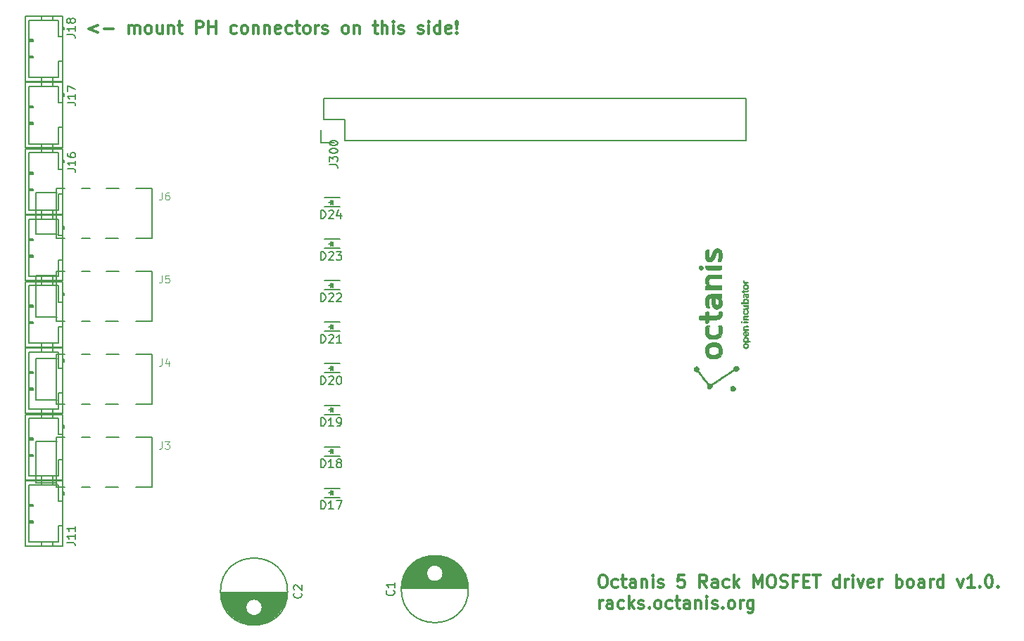
<source format=gto>
G04 #@! TF.GenerationSoftware,KiCad,Pcbnew,(2017-06-12 revision 19d5cc754)-master*
G04 #@! TF.CreationDate,2017-12-09T12:00:16+01:00*
G04 #@! TF.ProjectId,RPi_Hat,5250695F4861742E6B696361645F7063,rev?*
G04 #@! TF.FileFunction,Legend,Top*
G04 #@! TF.FilePolarity,Positive*
%FSLAX46Y46*%
G04 Gerber Fmt 4.6, Leading zero omitted, Abs format (unit mm)*
G04 Created by KiCad (PCBNEW (2017-06-12 revision 19d5cc754)-master) date 2017 December 09, Saturday 12:00:16*
%MOMM*%
%LPD*%
G01*
G04 APERTURE LIST*
%ADD10C,0.100000*%
%ADD11C,0.300000*%
%ADD12C,0.010000*%
%ADD13C,0.150000*%
%ADD14C,0.127000*%
%ADD15C,0.101600*%
G04 APERTURE END LIST*
D10*
D11*
X40587857Y-58903571D02*
X40873571Y-58903571D01*
X41016428Y-58975000D01*
X41159285Y-59117857D01*
X41230714Y-59403571D01*
X41230714Y-59903571D01*
X41159285Y-60189285D01*
X41016428Y-60332142D01*
X40873571Y-60403571D01*
X40587857Y-60403571D01*
X40445000Y-60332142D01*
X40302142Y-60189285D01*
X40230714Y-59903571D01*
X40230714Y-59403571D01*
X40302142Y-59117857D01*
X40445000Y-58975000D01*
X40587857Y-58903571D01*
X42516428Y-60332142D02*
X42373571Y-60403571D01*
X42087857Y-60403571D01*
X41945000Y-60332142D01*
X41873571Y-60260714D01*
X41802142Y-60117857D01*
X41802142Y-59689285D01*
X41873571Y-59546428D01*
X41945000Y-59475000D01*
X42087857Y-59403571D01*
X42373571Y-59403571D01*
X42516428Y-59475000D01*
X42945000Y-59403571D02*
X43516428Y-59403571D01*
X43159285Y-58903571D02*
X43159285Y-60189285D01*
X43230714Y-60332142D01*
X43373571Y-60403571D01*
X43516428Y-60403571D01*
X44659285Y-60403571D02*
X44659285Y-59617857D01*
X44587857Y-59475000D01*
X44445000Y-59403571D01*
X44159285Y-59403571D01*
X44016428Y-59475000D01*
X44659285Y-60332142D02*
X44516428Y-60403571D01*
X44159285Y-60403571D01*
X44016428Y-60332142D01*
X43945000Y-60189285D01*
X43945000Y-60046428D01*
X44016428Y-59903571D01*
X44159285Y-59832142D01*
X44516428Y-59832142D01*
X44659285Y-59760714D01*
X45373571Y-59403571D02*
X45373571Y-60403571D01*
X45373571Y-59546428D02*
X45445000Y-59475000D01*
X45587857Y-59403571D01*
X45802142Y-59403571D01*
X45945000Y-59475000D01*
X46016428Y-59617857D01*
X46016428Y-60403571D01*
X46730714Y-60403571D02*
X46730714Y-59403571D01*
X46730714Y-58903571D02*
X46659285Y-58975000D01*
X46730714Y-59046428D01*
X46802142Y-58975000D01*
X46730714Y-58903571D01*
X46730714Y-59046428D01*
X47373571Y-60332142D02*
X47516428Y-60403571D01*
X47802142Y-60403571D01*
X47945000Y-60332142D01*
X48016428Y-60189285D01*
X48016428Y-60117857D01*
X47945000Y-59975000D01*
X47802142Y-59903571D01*
X47587857Y-59903571D01*
X47445000Y-59832142D01*
X47373571Y-59689285D01*
X47373571Y-59617857D01*
X47445000Y-59475000D01*
X47587857Y-59403571D01*
X47802142Y-59403571D01*
X47945000Y-59475000D01*
X50516428Y-58903571D02*
X49802142Y-58903571D01*
X49730714Y-59617857D01*
X49802142Y-59546428D01*
X49945000Y-59475000D01*
X50302142Y-59475000D01*
X50445000Y-59546428D01*
X50516428Y-59617857D01*
X50587857Y-59760714D01*
X50587857Y-60117857D01*
X50516428Y-60260714D01*
X50445000Y-60332142D01*
X50302142Y-60403571D01*
X49945000Y-60403571D01*
X49802142Y-60332142D01*
X49730714Y-60260714D01*
X53230714Y-60403571D02*
X52730714Y-59689285D01*
X52373571Y-60403571D02*
X52373571Y-58903571D01*
X52945000Y-58903571D01*
X53087857Y-58975000D01*
X53159285Y-59046428D01*
X53230714Y-59189285D01*
X53230714Y-59403571D01*
X53159285Y-59546428D01*
X53087857Y-59617857D01*
X52945000Y-59689285D01*
X52373571Y-59689285D01*
X54516428Y-60403571D02*
X54516428Y-59617857D01*
X54445000Y-59475000D01*
X54302142Y-59403571D01*
X54016428Y-59403571D01*
X53873571Y-59475000D01*
X54516428Y-60332142D02*
X54373571Y-60403571D01*
X54016428Y-60403571D01*
X53873571Y-60332142D01*
X53802142Y-60189285D01*
X53802142Y-60046428D01*
X53873571Y-59903571D01*
X54016428Y-59832142D01*
X54373571Y-59832142D01*
X54516428Y-59760714D01*
X55873571Y-60332142D02*
X55730714Y-60403571D01*
X55445000Y-60403571D01*
X55302142Y-60332142D01*
X55230714Y-60260714D01*
X55159285Y-60117857D01*
X55159285Y-59689285D01*
X55230714Y-59546428D01*
X55302142Y-59475000D01*
X55445000Y-59403571D01*
X55730714Y-59403571D01*
X55873571Y-59475000D01*
X56516428Y-60403571D02*
X56516428Y-58903571D01*
X56659285Y-59832142D02*
X57087857Y-60403571D01*
X57087857Y-59403571D02*
X56516428Y-59975000D01*
X58873571Y-60403571D02*
X58873571Y-58903571D01*
X59373571Y-59975000D01*
X59873571Y-58903571D01*
X59873571Y-60403571D01*
X60873571Y-58903571D02*
X61159285Y-58903571D01*
X61302142Y-58975000D01*
X61444999Y-59117857D01*
X61516428Y-59403571D01*
X61516428Y-59903571D01*
X61444999Y-60189285D01*
X61302142Y-60332142D01*
X61159285Y-60403571D01*
X60873571Y-60403571D01*
X60730714Y-60332142D01*
X60587857Y-60189285D01*
X60516428Y-59903571D01*
X60516428Y-59403571D01*
X60587857Y-59117857D01*
X60730714Y-58975000D01*
X60873571Y-58903571D01*
X62087857Y-60332142D02*
X62302142Y-60403571D01*
X62659285Y-60403571D01*
X62802142Y-60332142D01*
X62873571Y-60260714D01*
X62944999Y-60117857D01*
X62944999Y-59975000D01*
X62873571Y-59832142D01*
X62802142Y-59760714D01*
X62659285Y-59689285D01*
X62373571Y-59617857D01*
X62230714Y-59546428D01*
X62159285Y-59475000D01*
X62087857Y-59332142D01*
X62087857Y-59189285D01*
X62159285Y-59046428D01*
X62230714Y-58975000D01*
X62373571Y-58903571D01*
X62730714Y-58903571D01*
X62944999Y-58975000D01*
X64087857Y-59617857D02*
X63587857Y-59617857D01*
X63587857Y-60403571D02*
X63587857Y-58903571D01*
X64302142Y-58903571D01*
X64873571Y-59617857D02*
X65373571Y-59617857D01*
X65587857Y-60403571D02*
X64873571Y-60403571D01*
X64873571Y-58903571D01*
X65587857Y-58903571D01*
X66016428Y-58903571D02*
X66873571Y-58903571D01*
X66445000Y-60403571D02*
X66445000Y-58903571D01*
X69159285Y-60403571D02*
X69159285Y-58903571D01*
X69159285Y-60332142D02*
X69016428Y-60403571D01*
X68730714Y-60403571D01*
X68587857Y-60332142D01*
X68516428Y-60260714D01*
X68445000Y-60117857D01*
X68445000Y-59689285D01*
X68516428Y-59546428D01*
X68587857Y-59475000D01*
X68730714Y-59403571D01*
X69016428Y-59403571D01*
X69159285Y-59475000D01*
X69873571Y-60403571D02*
X69873571Y-59403571D01*
X69873571Y-59689285D02*
X69945000Y-59546428D01*
X70016428Y-59475000D01*
X70159285Y-59403571D01*
X70302142Y-59403571D01*
X70802142Y-60403571D02*
X70802142Y-59403571D01*
X70802142Y-58903571D02*
X70730714Y-58975000D01*
X70802142Y-59046428D01*
X70873571Y-58975000D01*
X70802142Y-58903571D01*
X70802142Y-59046428D01*
X71373571Y-59403571D02*
X71730714Y-60403571D01*
X72087857Y-59403571D01*
X73230714Y-60332142D02*
X73087857Y-60403571D01*
X72802142Y-60403571D01*
X72659285Y-60332142D01*
X72587857Y-60189285D01*
X72587857Y-59617857D01*
X72659285Y-59475000D01*
X72802142Y-59403571D01*
X73087857Y-59403571D01*
X73230714Y-59475000D01*
X73302142Y-59617857D01*
X73302142Y-59760714D01*
X72587857Y-59903571D01*
X73945000Y-60403571D02*
X73945000Y-59403571D01*
X73945000Y-59689285D02*
X74016428Y-59546428D01*
X74087857Y-59475000D01*
X74230714Y-59403571D01*
X74373571Y-59403571D01*
X76016428Y-60403571D02*
X76016428Y-58903571D01*
X76016428Y-59475000D02*
X76159285Y-59403571D01*
X76444999Y-59403571D01*
X76587857Y-59475000D01*
X76659285Y-59546428D01*
X76730714Y-59689285D01*
X76730714Y-60117857D01*
X76659285Y-60260714D01*
X76587857Y-60332142D01*
X76444999Y-60403571D01*
X76159285Y-60403571D01*
X76016428Y-60332142D01*
X77587857Y-60403571D02*
X77444999Y-60332142D01*
X77373571Y-60260714D01*
X77302142Y-60117857D01*
X77302142Y-59689285D01*
X77373571Y-59546428D01*
X77444999Y-59475000D01*
X77587857Y-59403571D01*
X77802142Y-59403571D01*
X77944999Y-59475000D01*
X78016428Y-59546428D01*
X78087857Y-59689285D01*
X78087857Y-60117857D01*
X78016428Y-60260714D01*
X77944999Y-60332142D01*
X77802142Y-60403571D01*
X77587857Y-60403571D01*
X79373571Y-60403571D02*
X79373571Y-59617857D01*
X79302142Y-59475000D01*
X79159285Y-59403571D01*
X78873571Y-59403571D01*
X78730714Y-59475000D01*
X79373571Y-60332142D02*
X79230714Y-60403571D01*
X78873571Y-60403571D01*
X78730714Y-60332142D01*
X78659285Y-60189285D01*
X78659285Y-60046428D01*
X78730714Y-59903571D01*
X78873571Y-59832142D01*
X79230714Y-59832142D01*
X79373571Y-59760714D01*
X80087857Y-60403571D02*
X80087857Y-59403571D01*
X80087857Y-59689285D02*
X80159285Y-59546428D01*
X80230714Y-59475000D01*
X80373571Y-59403571D01*
X80516428Y-59403571D01*
X81659285Y-60403571D02*
X81659285Y-58903571D01*
X81659285Y-60332142D02*
X81516428Y-60403571D01*
X81230714Y-60403571D01*
X81087857Y-60332142D01*
X81016428Y-60260714D01*
X80944999Y-60117857D01*
X80944999Y-59689285D01*
X81016428Y-59546428D01*
X81087857Y-59475000D01*
X81230714Y-59403571D01*
X81516428Y-59403571D01*
X81659285Y-59475000D01*
X83373571Y-59403571D02*
X83730714Y-60403571D01*
X84087857Y-59403571D01*
X85444999Y-60403571D02*
X84587857Y-60403571D01*
X85016428Y-60403571D02*
X85016428Y-58903571D01*
X84873571Y-59117857D01*
X84730714Y-59260714D01*
X84587857Y-59332142D01*
X86087857Y-60260714D02*
X86159285Y-60332142D01*
X86087857Y-60403571D01*
X86016428Y-60332142D01*
X86087857Y-60260714D01*
X86087857Y-60403571D01*
X87087857Y-58903571D02*
X87230714Y-58903571D01*
X87373571Y-58975000D01*
X87444999Y-59046428D01*
X87516428Y-59189285D01*
X87587857Y-59475000D01*
X87587857Y-59832142D01*
X87516428Y-60117857D01*
X87444999Y-60260714D01*
X87373571Y-60332142D01*
X87230714Y-60403571D01*
X87087857Y-60403571D01*
X86944999Y-60332142D01*
X86873571Y-60260714D01*
X86802142Y-60117857D01*
X86730714Y-59832142D01*
X86730714Y-59475000D01*
X86802142Y-59189285D01*
X86873571Y-59046428D01*
X86944999Y-58975000D01*
X87087857Y-58903571D01*
X88230714Y-60260714D02*
X88302142Y-60332142D01*
X88230714Y-60403571D01*
X88159285Y-60332142D01*
X88230714Y-60260714D01*
X88230714Y-60403571D01*
X40302142Y-62953571D02*
X40302142Y-61953571D01*
X40302142Y-62239285D02*
X40373571Y-62096428D01*
X40445000Y-62025000D01*
X40587857Y-61953571D01*
X40730714Y-61953571D01*
X41873571Y-62953571D02*
X41873571Y-62167857D01*
X41802142Y-62025000D01*
X41659285Y-61953571D01*
X41373571Y-61953571D01*
X41230714Y-62025000D01*
X41873571Y-62882142D02*
X41730714Y-62953571D01*
X41373571Y-62953571D01*
X41230714Y-62882142D01*
X41159285Y-62739285D01*
X41159285Y-62596428D01*
X41230714Y-62453571D01*
X41373571Y-62382142D01*
X41730714Y-62382142D01*
X41873571Y-62310714D01*
X43230714Y-62882142D02*
X43087857Y-62953571D01*
X42802142Y-62953571D01*
X42659285Y-62882142D01*
X42587857Y-62810714D01*
X42516428Y-62667857D01*
X42516428Y-62239285D01*
X42587857Y-62096428D01*
X42659285Y-62025000D01*
X42802142Y-61953571D01*
X43087857Y-61953571D01*
X43230714Y-62025000D01*
X43873571Y-62953571D02*
X43873571Y-61453571D01*
X44016428Y-62382142D02*
X44445000Y-62953571D01*
X44445000Y-61953571D02*
X43873571Y-62525000D01*
X45016428Y-62882142D02*
X45159285Y-62953571D01*
X45445000Y-62953571D01*
X45587857Y-62882142D01*
X45659285Y-62739285D01*
X45659285Y-62667857D01*
X45587857Y-62525000D01*
X45445000Y-62453571D01*
X45230714Y-62453571D01*
X45087857Y-62382142D01*
X45016428Y-62239285D01*
X45016428Y-62167857D01*
X45087857Y-62025000D01*
X45230714Y-61953571D01*
X45445000Y-61953571D01*
X45587857Y-62025000D01*
X46302142Y-62810714D02*
X46373571Y-62882142D01*
X46302142Y-62953571D01*
X46230714Y-62882142D01*
X46302142Y-62810714D01*
X46302142Y-62953571D01*
X47230714Y-62953571D02*
X47087857Y-62882142D01*
X47016428Y-62810714D01*
X46945000Y-62667857D01*
X46945000Y-62239285D01*
X47016428Y-62096428D01*
X47087857Y-62025000D01*
X47230714Y-61953571D01*
X47445000Y-61953571D01*
X47587857Y-62025000D01*
X47659285Y-62096428D01*
X47730714Y-62239285D01*
X47730714Y-62667857D01*
X47659285Y-62810714D01*
X47587857Y-62882142D01*
X47445000Y-62953571D01*
X47230714Y-62953571D01*
X49016428Y-62882142D02*
X48873571Y-62953571D01*
X48587857Y-62953571D01*
X48445000Y-62882142D01*
X48373571Y-62810714D01*
X48302142Y-62667857D01*
X48302142Y-62239285D01*
X48373571Y-62096428D01*
X48445000Y-62025000D01*
X48587857Y-61953571D01*
X48873571Y-61953571D01*
X49016428Y-62025000D01*
X49445000Y-61953571D02*
X50016428Y-61953571D01*
X49659285Y-61453571D02*
X49659285Y-62739285D01*
X49730714Y-62882142D01*
X49873571Y-62953571D01*
X50016428Y-62953571D01*
X51159285Y-62953571D02*
X51159285Y-62167857D01*
X51087857Y-62025000D01*
X50945000Y-61953571D01*
X50659285Y-61953571D01*
X50516428Y-62025000D01*
X51159285Y-62882142D02*
X51016428Y-62953571D01*
X50659285Y-62953571D01*
X50516428Y-62882142D01*
X50445000Y-62739285D01*
X50445000Y-62596428D01*
X50516428Y-62453571D01*
X50659285Y-62382142D01*
X51016428Y-62382142D01*
X51159285Y-62310714D01*
X51873571Y-61953571D02*
X51873571Y-62953571D01*
X51873571Y-62096428D02*
X51945000Y-62025000D01*
X52087857Y-61953571D01*
X52302142Y-61953571D01*
X52445000Y-62025000D01*
X52516428Y-62167857D01*
X52516428Y-62953571D01*
X53230714Y-62953571D02*
X53230714Y-61953571D01*
X53230714Y-61453571D02*
X53159285Y-61525000D01*
X53230714Y-61596428D01*
X53302142Y-61525000D01*
X53230714Y-61453571D01*
X53230714Y-61596428D01*
X53873571Y-62882142D02*
X54016428Y-62953571D01*
X54302142Y-62953571D01*
X54445000Y-62882142D01*
X54516428Y-62739285D01*
X54516428Y-62667857D01*
X54445000Y-62525000D01*
X54302142Y-62453571D01*
X54087857Y-62453571D01*
X53945000Y-62382142D01*
X53873571Y-62239285D01*
X53873571Y-62167857D01*
X53945000Y-62025000D01*
X54087857Y-61953571D01*
X54302142Y-61953571D01*
X54445000Y-62025000D01*
X55159285Y-62810714D02*
X55230714Y-62882142D01*
X55159285Y-62953571D01*
X55087857Y-62882142D01*
X55159285Y-62810714D01*
X55159285Y-62953571D01*
X56087857Y-62953571D02*
X55945000Y-62882142D01*
X55873571Y-62810714D01*
X55802142Y-62667857D01*
X55802142Y-62239285D01*
X55873571Y-62096428D01*
X55945000Y-62025000D01*
X56087857Y-61953571D01*
X56302142Y-61953571D01*
X56445000Y-62025000D01*
X56516428Y-62096428D01*
X56587857Y-62239285D01*
X56587857Y-62667857D01*
X56516428Y-62810714D01*
X56445000Y-62882142D01*
X56302142Y-62953571D01*
X56087857Y-62953571D01*
X57230714Y-62953571D02*
X57230714Y-61953571D01*
X57230714Y-62239285D02*
X57302142Y-62096428D01*
X57373571Y-62025000D01*
X57516428Y-61953571D01*
X57659285Y-61953571D01*
X58802142Y-61953571D02*
X58802142Y-63167857D01*
X58730714Y-63310714D01*
X58659285Y-63382142D01*
X58516428Y-63453571D01*
X58302142Y-63453571D01*
X58159285Y-63382142D01*
X58802142Y-62882142D02*
X58659285Y-62953571D01*
X58373571Y-62953571D01*
X58230714Y-62882142D01*
X58159285Y-62810714D01*
X58087857Y-62667857D01*
X58087857Y-62239285D01*
X58159285Y-62096428D01*
X58230714Y-62025000D01*
X58373571Y-61953571D01*
X58659285Y-61953571D01*
X58802142Y-62025000D01*
X-20000000Y7321428D02*
X-21142857Y6892857D01*
X-20000000Y6464285D01*
X-19285714Y6892857D02*
X-18142857Y6892857D01*
X-16285714Y6321428D02*
X-16285714Y7321428D01*
X-16285714Y7178571D02*
X-16214285Y7250000D01*
X-16071428Y7321428D01*
X-15857142Y7321428D01*
X-15714285Y7250000D01*
X-15642857Y7107142D01*
X-15642857Y6321428D01*
X-15642857Y7107142D02*
X-15571428Y7250000D01*
X-15428571Y7321428D01*
X-15214285Y7321428D01*
X-15071428Y7250000D01*
X-15000000Y7107142D01*
X-15000000Y6321428D01*
X-14071428Y6321428D02*
X-14214285Y6392857D01*
X-14285714Y6464285D01*
X-14357142Y6607142D01*
X-14357142Y7035714D01*
X-14285714Y7178571D01*
X-14214285Y7250000D01*
X-14071428Y7321428D01*
X-13857142Y7321428D01*
X-13714285Y7250000D01*
X-13642857Y7178571D01*
X-13571428Y7035714D01*
X-13571428Y6607142D01*
X-13642857Y6464285D01*
X-13714285Y6392857D01*
X-13857142Y6321428D01*
X-14071428Y6321428D01*
X-12285714Y7321428D02*
X-12285714Y6321428D01*
X-12928571Y7321428D02*
X-12928571Y6535714D01*
X-12857142Y6392857D01*
X-12714285Y6321428D01*
X-12500000Y6321428D01*
X-12357142Y6392857D01*
X-12285714Y6464285D01*
X-11571428Y7321428D02*
X-11571428Y6321428D01*
X-11571428Y7178571D02*
X-11500000Y7250000D01*
X-11357142Y7321428D01*
X-11142857Y7321428D01*
X-11000000Y7250000D01*
X-10928571Y7107142D01*
X-10928571Y6321428D01*
X-10428571Y7321428D02*
X-9857142Y7321428D01*
X-10214285Y7821428D02*
X-10214285Y6535714D01*
X-10142857Y6392857D01*
X-10000000Y6321428D01*
X-9857142Y6321428D01*
X-8214285Y6321428D02*
X-8214285Y7821428D01*
X-7642857Y7821428D01*
X-7500000Y7750000D01*
X-7428571Y7678571D01*
X-7357142Y7535714D01*
X-7357142Y7321428D01*
X-7428571Y7178571D01*
X-7500000Y7107142D01*
X-7642857Y7035714D01*
X-8214285Y7035714D01*
X-6714285Y6321428D02*
X-6714285Y7821428D01*
X-6714285Y7107142D02*
X-5857142Y7107142D01*
X-5857142Y6321428D02*
X-5857142Y7821428D01*
X-3357142Y6392857D02*
X-3500000Y6321428D01*
X-3785714Y6321428D01*
X-3928571Y6392857D01*
X-4000000Y6464285D01*
X-4071428Y6607142D01*
X-4071428Y7035714D01*
X-4000000Y7178571D01*
X-3928571Y7250000D01*
X-3785714Y7321428D01*
X-3500000Y7321428D01*
X-3357142Y7250000D01*
X-2500000Y6321428D02*
X-2642857Y6392857D01*
X-2714285Y6464285D01*
X-2785714Y6607142D01*
X-2785714Y7035714D01*
X-2714285Y7178571D01*
X-2642857Y7250000D01*
X-2500000Y7321428D01*
X-2285714Y7321428D01*
X-2142857Y7250000D01*
X-2071428Y7178571D01*
X-2000000Y7035714D01*
X-2000000Y6607142D01*
X-2071428Y6464285D01*
X-2142857Y6392857D01*
X-2285714Y6321428D01*
X-2500000Y6321428D01*
X-1357142Y7321428D02*
X-1357142Y6321428D01*
X-1357142Y7178571D02*
X-1285714Y7250000D01*
X-1142857Y7321428D01*
X-928571Y7321428D01*
X-785714Y7250000D01*
X-714285Y7107142D01*
X-714285Y6321428D01*
X0Y7321428D02*
X0Y6321428D01*
X0Y7178571D02*
X71428Y7250000D01*
X214285Y7321428D01*
X428571Y7321428D01*
X571428Y7250000D01*
X642857Y7107142D01*
X642857Y6321428D01*
X1928571Y6392857D02*
X1785714Y6321428D01*
X1499999Y6321428D01*
X1357142Y6392857D01*
X1285714Y6535714D01*
X1285714Y7107142D01*
X1357142Y7250000D01*
X1499999Y7321428D01*
X1785714Y7321428D01*
X1928571Y7250000D01*
X1999999Y7107142D01*
X1999999Y6964285D01*
X1285714Y6821428D01*
X3285714Y6392857D02*
X3142857Y6321428D01*
X2857142Y6321428D01*
X2714285Y6392857D01*
X2642857Y6464285D01*
X2571428Y6607142D01*
X2571428Y7035714D01*
X2642857Y7178571D01*
X2714285Y7250000D01*
X2857142Y7321428D01*
X3142857Y7321428D01*
X3285714Y7250000D01*
X3714285Y7321428D02*
X4285714Y7321428D01*
X3928571Y7821428D02*
X3928571Y6535714D01*
X3999999Y6392857D01*
X4142857Y6321428D01*
X4285714Y6321428D01*
X4999999Y6321428D02*
X4857142Y6392857D01*
X4785714Y6464285D01*
X4714285Y6607142D01*
X4714285Y7035714D01*
X4785714Y7178571D01*
X4857142Y7250000D01*
X4999999Y7321428D01*
X5214285Y7321428D01*
X5357142Y7250000D01*
X5428571Y7178571D01*
X5499999Y7035714D01*
X5499999Y6607142D01*
X5428571Y6464285D01*
X5357142Y6392857D01*
X5214285Y6321428D01*
X4999999Y6321428D01*
X6142857Y6321428D02*
X6142857Y7321428D01*
X6142857Y7035714D02*
X6214285Y7178571D01*
X6285714Y7250000D01*
X6428571Y7321428D01*
X6571428Y7321428D01*
X7000000Y6392857D02*
X7142857Y6321428D01*
X7428571Y6321428D01*
X7571428Y6392857D01*
X7642857Y6535714D01*
X7642857Y6607142D01*
X7571428Y6750000D01*
X7428571Y6821428D01*
X7214285Y6821428D01*
X7071428Y6892857D01*
X7000000Y7035714D01*
X7000000Y7107142D01*
X7071428Y7250000D01*
X7214285Y7321428D01*
X7428571Y7321428D01*
X7571428Y7250000D01*
X9642857Y6321428D02*
X9499999Y6392857D01*
X9428571Y6464285D01*
X9357142Y6607142D01*
X9357142Y7035714D01*
X9428571Y7178571D01*
X9499999Y7250000D01*
X9642857Y7321428D01*
X9857142Y7321428D01*
X9999999Y7250000D01*
X10071428Y7178571D01*
X10142857Y7035714D01*
X10142857Y6607142D01*
X10071428Y6464285D01*
X9999999Y6392857D01*
X9857142Y6321428D01*
X9642857Y6321428D01*
X10785714Y7321428D02*
X10785714Y6321428D01*
X10785714Y7178571D02*
X10857142Y7250000D01*
X10999999Y7321428D01*
X11214285Y7321428D01*
X11357142Y7250000D01*
X11428571Y7107142D01*
X11428571Y6321428D01*
X13071428Y7321428D02*
X13642857Y7321428D01*
X13285714Y7821428D02*
X13285714Y6535714D01*
X13357142Y6392857D01*
X13500000Y6321428D01*
X13642857Y6321428D01*
X14142857Y6321428D02*
X14142857Y7821428D01*
X14785714Y6321428D02*
X14785714Y7107142D01*
X14714285Y7250000D01*
X14571428Y7321428D01*
X14357142Y7321428D01*
X14214285Y7250000D01*
X14142857Y7178571D01*
X15500000Y6321428D02*
X15500000Y7321428D01*
X15500000Y7821428D02*
X15428571Y7750000D01*
X15500000Y7678571D01*
X15571428Y7750000D01*
X15500000Y7821428D01*
X15500000Y7678571D01*
X16142857Y6392857D02*
X16285714Y6321428D01*
X16571428Y6321428D01*
X16714285Y6392857D01*
X16785714Y6535714D01*
X16785714Y6607142D01*
X16714285Y6750000D01*
X16571428Y6821428D01*
X16357142Y6821428D01*
X16214285Y6892857D01*
X16142857Y7035714D01*
X16142857Y7107142D01*
X16214285Y7250000D01*
X16357142Y7321428D01*
X16571428Y7321428D01*
X16714285Y7250000D01*
X18500000Y6392857D02*
X18642857Y6321428D01*
X18928571Y6321428D01*
X19071428Y6392857D01*
X19142857Y6535714D01*
X19142857Y6607142D01*
X19071428Y6750000D01*
X18928571Y6821428D01*
X18714285Y6821428D01*
X18571428Y6892857D01*
X18500000Y7035714D01*
X18500000Y7107142D01*
X18571428Y7250000D01*
X18714285Y7321428D01*
X18928571Y7321428D01*
X19071428Y7250000D01*
X19785714Y6321428D02*
X19785714Y7321428D01*
X19785714Y7821428D02*
X19714285Y7750000D01*
X19785714Y7678571D01*
X19857142Y7750000D01*
X19785714Y7821428D01*
X19785714Y7678571D01*
X21142857Y6321428D02*
X21142857Y7821428D01*
X21142857Y6392857D02*
X21000000Y6321428D01*
X20714285Y6321428D01*
X20571428Y6392857D01*
X20500000Y6464285D01*
X20428571Y6607142D01*
X20428571Y7035714D01*
X20500000Y7178571D01*
X20571428Y7250000D01*
X20714285Y7321428D01*
X21000000Y7321428D01*
X21142857Y7250000D01*
X22428571Y6392857D02*
X22285714Y6321428D01*
X22000000Y6321428D01*
X21857142Y6392857D01*
X21785714Y6535714D01*
X21785714Y7107142D01*
X21857142Y7250000D01*
X22000000Y7321428D01*
X22285714Y7321428D01*
X22428571Y7250000D01*
X22500000Y7107142D01*
X22500000Y6964285D01*
X21785714Y6821428D01*
X23142857Y6464285D02*
X23214285Y6392857D01*
X23142857Y6321428D01*
X23071428Y6392857D01*
X23142857Y6464285D01*
X23142857Y6321428D01*
X23142857Y6892857D02*
X23071428Y7750000D01*
X23142857Y7821428D01*
X23214285Y7750000D01*
X23142857Y6892857D01*
X23142857Y7821428D01*
D12*
G36*
X52250720Y-21748368D02*
X52317120Y-21660479D01*
X52413679Y-21608155D01*
X52531431Y-21605497D01*
X52608742Y-21633718D01*
X52679675Y-21689125D01*
X52743565Y-21767501D01*
X52781961Y-21843052D01*
X52784272Y-21879148D01*
X52770767Y-21913640D01*
X52747017Y-21973280D01*
X52669915Y-22087095D01*
X52561955Y-22147510D01*
X52441531Y-22149711D01*
X52327037Y-22088888D01*
X52322139Y-22084425D01*
X52244263Y-21974441D01*
X52223446Y-21857723D01*
X52250720Y-21748368D01*
X52250720Y-21748368D01*
G37*
X52250720Y-21748368D02*
X52317120Y-21660479D01*
X52413679Y-21608155D01*
X52531431Y-21605497D01*
X52608742Y-21633718D01*
X52679675Y-21689125D01*
X52743565Y-21767501D01*
X52781961Y-21843052D01*
X52784272Y-21879148D01*
X52770767Y-21913640D01*
X52747017Y-21973280D01*
X52669915Y-22087095D01*
X52561955Y-22147510D01*
X52441531Y-22149711D01*
X52327037Y-22088888D01*
X52322139Y-22084425D01*
X52244263Y-21974441D01*
X52223446Y-21857723D01*
X52250720Y-21748368D01*
G36*
X53954460Y-21642587D02*
X54207707Y-21638642D01*
X54438538Y-21633824D01*
X54636520Y-21628449D01*
X54791221Y-21622833D01*
X54892208Y-21617293D01*
X54927429Y-21613091D01*
X54957806Y-21616831D01*
X54976812Y-21660610D01*
X54988195Y-21757240D01*
X54992473Y-21835502D01*
X55003088Y-22075433D01*
X54865473Y-22098174D01*
X54783259Y-22105954D01*
X54649015Y-22112073D01*
X54474897Y-22116558D01*
X54273060Y-22119434D01*
X54055660Y-22120726D01*
X53834852Y-22120459D01*
X53622793Y-22118660D01*
X53431639Y-22115352D01*
X53273544Y-22110562D01*
X53160665Y-22104314D01*
X53105158Y-22096635D01*
X53101673Y-22094501D01*
X53089002Y-22046004D01*
X53072756Y-21949254D01*
X53060920Y-21860926D01*
X53035920Y-21654565D01*
X53954460Y-21642587D01*
X53954460Y-21642587D01*
G37*
X53954460Y-21642587D02*
X54207707Y-21638642D01*
X54438538Y-21633824D01*
X54636520Y-21628449D01*
X54791221Y-21622833D01*
X54892208Y-21617293D01*
X54927429Y-21613091D01*
X54957806Y-21616831D01*
X54976812Y-21660610D01*
X54988195Y-21757240D01*
X54992473Y-21835502D01*
X55003088Y-22075433D01*
X54865473Y-22098174D01*
X54783259Y-22105954D01*
X54649015Y-22112073D01*
X54474897Y-22116558D01*
X54273060Y-22119434D01*
X54055660Y-22120726D01*
X53834852Y-22120459D01*
X53622793Y-22118660D01*
X53431639Y-22115352D01*
X53273544Y-22110562D01*
X53160665Y-22104314D01*
X53105158Y-22096635D01*
X53101673Y-22094501D01*
X53089002Y-22046004D01*
X53072756Y-21949254D01*
X53060920Y-21860926D01*
X53035920Y-21654565D01*
X53954460Y-21642587D01*
G36*
X53041928Y-23213208D02*
X53084506Y-23040182D01*
X53161365Y-22911197D01*
X53278233Y-22813827D01*
X53331577Y-22783929D01*
X53389316Y-22756453D01*
X53447576Y-22735932D01*
X53517659Y-22721357D01*
X53610867Y-22711719D01*
X53738500Y-22706009D01*
X53911860Y-22703216D01*
X54142249Y-22702332D01*
X54245689Y-22702286D01*
X55000000Y-22702286D01*
X55000000Y-23174001D01*
X53595455Y-23174001D01*
X53494648Y-23267425D01*
X53438967Y-23325094D01*
X53411345Y-23381516D01*
X53405372Y-23461571D01*
X53413816Y-23581139D01*
X53434427Y-23725020D01*
X53470683Y-23822559D01*
X53528195Y-23895928D01*
X53563155Y-23928998D01*
X53599792Y-23953591D01*
X53649146Y-23971317D01*
X53722261Y-23983781D01*
X53830178Y-23992590D01*
X53983939Y-23999352D01*
X54194587Y-24005674D01*
X54302228Y-24008572D01*
X54981858Y-24026715D01*
X54992587Y-24271643D01*
X55003316Y-24516572D01*
X53040572Y-24516572D01*
X53040572Y-24298858D01*
X53044695Y-24183913D01*
X53055412Y-24104802D01*
X53067786Y-24080588D01*
X53119376Y-24062732D01*
X53145598Y-24047993D01*
X53170887Y-24016810D01*
X53159425Y-23964484D01*
X53111109Y-23878281D01*
X53066712Y-23794419D01*
X53041055Y-23706041D01*
X53029664Y-23589720D01*
X53027905Y-23442696D01*
X53041928Y-23213208D01*
X53041928Y-23213208D01*
G37*
X53041928Y-23213208D02*
X53084506Y-23040182D01*
X53161365Y-22911197D01*
X53278233Y-22813827D01*
X53331577Y-22783929D01*
X53389316Y-22756453D01*
X53447576Y-22735932D01*
X53517659Y-22721357D01*
X53610867Y-22711719D01*
X53738500Y-22706009D01*
X53911860Y-22703216D01*
X54142249Y-22702332D01*
X54245689Y-22702286D01*
X55000000Y-22702286D01*
X55000000Y-23174001D01*
X53595455Y-23174001D01*
X53494648Y-23267425D01*
X53438967Y-23325094D01*
X53411345Y-23381516D01*
X53405372Y-23461571D01*
X53413816Y-23581139D01*
X53434427Y-23725020D01*
X53470683Y-23822559D01*
X53528195Y-23895928D01*
X53563155Y-23928998D01*
X53599792Y-23953591D01*
X53649146Y-23971317D01*
X53722261Y-23983781D01*
X53830178Y-23992590D01*
X53983939Y-23999352D01*
X54194587Y-24005674D01*
X54302228Y-24008572D01*
X54981858Y-24026715D01*
X54992587Y-24271643D01*
X55003316Y-24516572D01*
X53040572Y-24516572D01*
X53040572Y-24298858D01*
X53044695Y-24183913D01*
X53055412Y-24104802D01*
X53067786Y-24080588D01*
X53119376Y-24062732D01*
X53145598Y-24047993D01*
X53170887Y-24016810D01*
X53159425Y-23964484D01*
X53111109Y-23878281D01*
X53066712Y-23794419D01*
X53041055Y-23706041D01*
X53029664Y-23589720D01*
X53027905Y-23442696D01*
X53041928Y-23213208D01*
G36*
X53029836Y-20215539D02*
X53038551Y-20052306D01*
X53050571Y-19924892D01*
X53053259Y-19906138D01*
X53072016Y-19807736D01*
X53102184Y-19754274D01*
X53164779Y-19725062D01*
X53258602Y-19703959D01*
X53365071Y-19688318D01*
X53434099Y-19690177D01*
X53448624Y-19699157D01*
X53449910Y-19747535D01*
X53444279Y-19849618D01*
X53432884Y-19986990D01*
X53426572Y-20051604D01*
X53414264Y-20214536D01*
X53410289Y-20365994D01*
X53415119Y-20479757D01*
X53418438Y-20503055D01*
X53442415Y-20590750D01*
X53483511Y-20627281D01*
X53550688Y-20634001D01*
X53612176Y-20622438D01*
X53665995Y-20581335D01*
X53717985Y-20501065D01*
X53773987Y-20372003D01*
X53839845Y-20184523D01*
X53858986Y-20126000D01*
X53897549Y-20014891D01*
X53930145Y-19934874D01*
X53945569Y-19908286D01*
X53978769Y-19867504D01*
X54028744Y-19793932D01*
X54030726Y-19790824D01*
X54127302Y-19690660D01*
X54265842Y-19606491D01*
X54415738Y-19554486D01*
X54495343Y-19545429D01*
X54639764Y-19576722D01*
X54787719Y-19661130D01*
X54915642Y-19784444D01*
X54935579Y-19810875D01*
X54973563Y-19873075D01*
X54998436Y-19943303D01*
X55013336Y-20039059D01*
X55021403Y-20177844D01*
X55024615Y-20307245D01*
X55026007Y-20473495D01*
X55024170Y-20618308D01*
X55019514Y-20722659D01*
X55014898Y-20761001D01*
X54993318Y-20843793D01*
X54962134Y-20952512D01*
X54956989Y-20969643D01*
X54928554Y-21050650D01*
X54892014Y-21090744D01*
X54824054Y-21104305D01*
X54736381Y-21105715D01*
X54556949Y-21105715D01*
X54580561Y-20951501D01*
X54593172Y-20845662D01*
X54606870Y-20693426D01*
X54619418Y-20520887D01*
X54624010Y-20445033D01*
X54643848Y-20092780D01*
X54543659Y-20067634D01*
X54463030Y-20065018D01*
X54394550Y-20106829D01*
X54332295Y-20200786D01*
X54270339Y-20354608D01*
X54232675Y-20472737D01*
X54190899Y-20600188D01*
X54153086Y-20695245D01*
X54126125Y-20741058D01*
X54122200Y-20742858D01*
X54094107Y-20771729D01*
X54091650Y-20788215D01*
X54069054Y-20848322D01*
X54027456Y-20908889D01*
X53894674Y-21029507D01*
X53737017Y-21093879D01*
X53573897Y-21110751D01*
X53380071Y-21092116D01*
X53232115Y-21027983D01*
X53126614Y-20913819D01*
X53060150Y-20745091D01*
X53029306Y-20517266D01*
X53026156Y-20384050D01*
X53029836Y-20215539D01*
X53029836Y-20215539D01*
G37*
X53029836Y-20215539D02*
X53038551Y-20052306D01*
X53050571Y-19924892D01*
X53053259Y-19906138D01*
X53072016Y-19807736D01*
X53102184Y-19754274D01*
X53164779Y-19725062D01*
X53258602Y-19703959D01*
X53365071Y-19688318D01*
X53434099Y-19690177D01*
X53448624Y-19699157D01*
X53449910Y-19747535D01*
X53444279Y-19849618D01*
X53432884Y-19986990D01*
X53426572Y-20051604D01*
X53414264Y-20214536D01*
X53410289Y-20365994D01*
X53415119Y-20479757D01*
X53418438Y-20503055D01*
X53442415Y-20590750D01*
X53483511Y-20627281D01*
X53550688Y-20634001D01*
X53612176Y-20622438D01*
X53665995Y-20581335D01*
X53717985Y-20501065D01*
X53773987Y-20372003D01*
X53839845Y-20184523D01*
X53858986Y-20126000D01*
X53897549Y-20014891D01*
X53930145Y-19934874D01*
X53945569Y-19908286D01*
X53978769Y-19867504D01*
X54028744Y-19793932D01*
X54030726Y-19790824D01*
X54127302Y-19690660D01*
X54265842Y-19606491D01*
X54415738Y-19554486D01*
X54495343Y-19545429D01*
X54639764Y-19576722D01*
X54787719Y-19661130D01*
X54915642Y-19784444D01*
X54935579Y-19810875D01*
X54973563Y-19873075D01*
X54998436Y-19943303D01*
X55013336Y-20039059D01*
X55021403Y-20177844D01*
X55024615Y-20307245D01*
X55026007Y-20473495D01*
X55024170Y-20618308D01*
X55019514Y-20722659D01*
X55014898Y-20761001D01*
X54993318Y-20843793D01*
X54962134Y-20952512D01*
X54956989Y-20969643D01*
X54928554Y-21050650D01*
X54892014Y-21090744D01*
X54824054Y-21104305D01*
X54736381Y-21105715D01*
X54556949Y-21105715D01*
X54580561Y-20951501D01*
X54593172Y-20845662D01*
X54606870Y-20693426D01*
X54619418Y-20520887D01*
X54624010Y-20445033D01*
X54643848Y-20092780D01*
X54543659Y-20067634D01*
X54463030Y-20065018D01*
X54394550Y-20106829D01*
X54332295Y-20200786D01*
X54270339Y-20354608D01*
X54232675Y-20472737D01*
X54190899Y-20600188D01*
X54153086Y-20695245D01*
X54126125Y-20741058D01*
X54122200Y-20742858D01*
X54094107Y-20771729D01*
X54091650Y-20788215D01*
X54069054Y-20848322D01*
X54027456Y-20908889D01*
X53894674Y-21029507D01*
X53737017Y-21093879D01*
X53573897Y-21110751D01*
X53380071Y-21092116D01*
X53232115Y-21027983D01*
X53126614Y-20913819D01*
X53060150Y-20745091D01*
X53029306Y-20517266D01*
X53026156Y-20384050D01*
X53029836Y-20215539D01*
G36*
X53029736Y-25830046D02*
X53055096Y-25621901D01*
X53104436Y-25459101D01*
X53185794Y-25311880D01*
X53282753Y-25209106D01*
X53421457Y-25123423D01*
X53428841Y-25119662D01*
X53481951Y-25098792D01*
X53554208Y-25083324D01*
X53656089Y-25072528D01*
X53798073Y-25065673D01*
X53990637Y-25062029D01*
X54244260Y-25060866D01*
X54272484Y-25060858D01*
X55000000Y-25060858D01*
X55000000Y-25276769D01*
X54993747Y-25413299D01*
X54972750Y-25492595D01*
X54942372Y-25524931D01*
X54910246Y-25552121D01*
X54910916Y-25594225D01*
X54946579Y-25672275D01*
X54960515Y-25698553D01*
X55006061Y-25807589D01*
X55027943Y-25933023D01*
X55031345Y-26094463D01*
X55026600Y-26235684D01*
X55018987Y-26357794D01*
X55010507Y-26431948D01*
X54961787Y-26537264D01*
X54865725Y-26650045D01*
X54742659Y-26751557D01*
X54612926Y-26823070D01*
X54570344Y-26837375D01*
X54470529Y-26856142D01*
X54470529Y-26349996D01*
X54541636Y-26332680D01*
X54591839Y-26308806D01*
X54620448Y-26272909D01*
X54633501Y-26206707D01*
X54637036Y-26091914D01*
X54637143Y-26043493D01*
X54633168Y-25899406D01*
X54617658Y-25805117D01*
X54585235Y-25738112D01*
X54555500Y-25701722D01*
X54478813Y-25639125D01*
X54383019Y-25586931D01*
X54292143Y-25555399D01*
X54230206Y-25554786D01*
X54222942Y-25559725D01*
X54208738Y-25610455D01*
X54201894Y-25712519D01*
X54201658Y-25845134D01*
X54207278Y-25987517D01*
X54218001Y-26118885D01*
X54233076Y-26218456D01*
X54248365Y-26262077D01*
X54345486Y-26334433D01*
X54470529Y-26349996D01*
X54470529Y-26856142D01*
X54448283Y-26860325D01*
X54339584Y-26850584D01*
X54248721Y-26823799D01*
X54083173Y-26742846D01*
X53959148Y-26623169D01*
X53873322Y-26457964D01*
X53822371Y-26240428D01*
X53802971Y-25963757D01*
X53802572Y-25910564D01*
X53800051Y-25725306D01*
X53788481Y-25604961D01*
X53761851Y-25541934D01*
X53714152Y-25528630D01*
X53639373Y-25557456D01*
X53559612Y-25603548D01*
X53475344Y-25681681D01*
X53425627Y-25796366D01*
X53410127Y-25953982D01*
X53428508Y-26160908D01*
X53480436Y-26423524D01*
X53510189Y-26544289D01*
X53532356Y-26641681D01*
X53541170Y-26704300D01*
X53539610Y-26714772D01*
X53500313Y-26716707D01*
X53412771Y-26708927D01*
X53350206Y-26700800D01*
X53249520Y-26683577D01*
X53189372Y-26656124D01*
X53149291Y-26599933D01*
X53108811Y-26496493D01*
X53101485Y-26475889D01*
X53052860Y-26281405D01*
X53028967Y-26058002D01*
X53029736Y-25830046D01*
X53029736Y-25830046D01*
G37*
X53029736Y-25830046D02*
X53055096Y-25621901D01*
X53104436Y-25459101D01*
X53185794Y-25311880D01*
X53282753Y-25209106D01*
X53421457Y-25123423D01*
X53428841Y-25119662D01*
X53481951Y-25098792D01*
X53554208Y-25083324D01*
X53656089Y-25072528D01*
X53798073Y-25065673D01*
X53990637Y-25062029D01*
X54244260Y-25060866D01*
X54272484Y-25060858D01*
X55000000Y-25060858D01*
X55000000Y-25276769D01*
X54993747Y-25413299D01*
X54972750Y-25492595D01*
X54942372Y-25524931D01*
X54910246Y-25552121D01*
X54910916Y-25594225D01*
X54946579Y-25672275D01*
X54960515Y-25698553D01*
X55006061Y-25807589D01*
X55027943Y-25933023D01*
X55031345Y-26094463D01*
X55026600Y-26235684D01*
X55018987Y-26357794D01*
X55010507Y-26431948D01*
X54961787Y-26537264D01*
X54865725Y-26650045D01*
X54742659Y-26751557D01*
X54612926Y-26823070D01*
X54570344Y-26837375D01*
X54470529Y-26856142D01*
X54470529Y-26349996D01*
X54541636Y-26332680D01*
X54591839Y-26308806D01*
X54620448Y-26272909D01*
X54633501Y-26206707D01*
X54637036Y-26091914D01*
X54637143Y-26043493D01*
X54633168Y-25899406D01*
X54617658Y-25805117D01*
X54585235Y-25738112D01*
X54555500Y-25701722D01*
X54478813Y-25639125D01*
X54383019Y-25586931D01*
X54292143Y-25555399D01*
X54230206Y-25554786D01*
X54222942Y-25559725D01*
X54208738Y-25610455D01*
X54201894Y-25712519D01*
X54201658Y-25845134D01*
X54207278Y-25987517D01*
X54218001Y-26118885D01*
X54233076Y-26218456D01*
X54248365Y-26262077D01*
X54345486Y-26334433D01*
X54470529Y-26349996D01*
X54470529Y-26856142D01*
X54448283Y-26860325D01*
X54339584Y-26850584D01*
X54248721Y-26823799D01*
X54083173Y-26742846D01*
X53959148Y-26623169D01*
X53873322Y-26457964D01*
X53822371Y-26240428D01*
X53802971Y-25963757D01*
X53802572Y-25910564D01*
X53800051Y-25725306D01*
X53788481Y-25604961D01*
X53761851Y-25541934D01*
X53714152Y-25528630D01*
X53639373Y-25557456D01*
X53559612Y-25603548D01*
X53475344Y-25681681D01*
X53425627Y-25796366D01*
X53410127Y-25953982D01*
X53428508Y-26160908D01*
X53480436Y-26423524D01*
X53510189Y-26544289D01*
X53532356Y-26641681D01*
X53541170Y-26704300D01*
X53539610Y-26714772D01*
X53500313Y-26716707D01*
X53412771Y-26708927D01*
X53350206Y-26700800D01*
X53249520Y-26683577D01*
X53189372Y-26656124D01*
X53149291Y-26599933D01*
X53108811Y-26496493D01*
X53101485Y-26475889D01*
X53052860Y-26281405D01*
X53028967Y-26058002D01*
X53029736Y-25830046D01*
G36*
X52288081Y-27739907D02*
X52309696Y-27679961D01*
X52323929Y-27671547D01*
X52378793Y-27669945D01*
X52486888Y-27667261D01*
X52628891Y-27663968D01*
X52695858Y-27662476D01*
X53022429Y-27655286D01*
X53033359Y-27445039D01*
X53043235Y-27323514D01*
X53062483Y-27254143D01*
X53099617Y-27216512D01*
X53135507Y-27200110D01*
X53244101Y-27173371D01*
X53331562Y-27165429D01*
X53387184Y-27168344D01*
X53419388Y-27187826D01*
X53435774Y-27239981D01*
X53443942Y-27340914D01*
X53447128Y-27410358D01*
X53457858Y-27655286D01*
X53911429Y-27654635D01*
X54138522Y-27649894D01*
X54326239Y-27637101D01*
X54461117Y-27617354D01*
X54501072Y-27606464D01*
X54579997Y-27575331D01*
X54620371Y-27538334D01*
X54635112Y-27472682D01*
X54637143Y-27366419D01*
X54645207Y-27243501D01*
X54679370Y-27172187D01*
X54754589Y-27138812D01*
X54885820Y-27129714D01*
X54896333Y-27129639D01*
X54961376Y-27138835D01*
X55002872Y-27175571D01*
X55025713Y-27252353D01*
X55034790Y-27381684D01*
X55035675Y-27485897D01*
X55027115Y-27650631D01*
X54998987Y-27768918D01*
X54960921Y-27843606D01*
X54883158Y-27929059D01*
X54771456Y-28012446D01*
X54716603Y-28043177D01*
X54642166Y-28076299D01*
X54565224Y-28100062D01*
X54471145Y-28116413D01*
X54345298Y-28127303D01*
X54173052Y-28134678D01*
X53994856Y-28139295D01*
X53443284Y-28151589D01*
X53432428Y-28337666D01*
X53423239Y-28447578D01*
X53402501Y-28506756D01*
X53355513Y-28536965D01*
X53285053Y-28555868D01*
X53160629Y-28576310D01*
X53086659Y-28558191D01*
X53050784Y-28490895D01*
X53040646Y-28363807D01*
X53040572Y-28345854D01*
X53040572Y-28145143D01*
X52681947Y-28145143D01*
X52517714Y-28144192D01*
X52411898Y-28139315D01*
X52350349Y-28127476D01*
X52318918Y-28105639D01*
X52303454Y-28070768D01*
X52301442Y-28063500D01*
X52282673Y-27954011D01*
X52278647Y-27838702D01*
X52288081Y-27739907D01*
X52288081Y-27739907D01*
G37*
X52288081Y-27739907D02*
X52309696Y-27679961D01*
X52323929Y-27671547D01*
X52378793Y-27669945D01*
X52486888Y-27667261D01*
X52628891Y-27663968D01*
X52695858Y-27662476D01*
X53022429Y-27655286D01*
X53033359Y-27445039D01*
X53043235Y-27323514D01*
X53062483Y-27254143D01*
X53099617Y-27216512D01*
X53135507Y-27200110D01*
X53244101Y-27173371D01*
X53331562Y-27165429D01*
X53387184Y-27168344D01*
X53419388Y-27187826D01*
X53435774Y-27239981D01*
X53443942Y-27340914D01*
X53447128Y-27410358D01*
X53457858Y-27655286D01*
X53911429Y-27654635D01*
X54138522Y-27649894D01*
X54326239Y-27637101D01*
X54461117Y-27617354D01*
X54501072Y-27606464D01*
X54579997Y-27575331D01*
X54620371Y-27538334D01*
X54635112Y-27472682D01*
X54637143Y-27366419D01*
X54645207Y-27243501D01*
X54679370Y-27172187D01*
X54754589Y-27138812D01*
X54885820Y-27129714D01*
X54896333Y-27129639D01*
X54961376Y-27138835D01*
X55002872Y-27175571D01*
X55025713Y-27252353D01*
X55034790Y-27381684D01*
X55035675Y-27485897D01*
X55027115Y-27650631D01*
X54998987Y-27768918D01*
X54960921Y-27843606D01*
X54883158Y-27929059D01*
X54771456Y-28012446D01*
X54716603Y-28043177D01*
X54642166Y-28076299D01*
X54565224Y-28100062D01*
X54471145Y-28116413D01*
X54345298Y-28127303D01*
X54173052Y-28134678D01*
X53994856Y-28139295D01*
X53443284Y-28151589D01*
X53432428Y-28337666D01*
X53423239Y-28447578D01*
X53402501Y-28506756D01*
X53355513Y-28536965D01*
X53285053Y-28555868D01*
X53160629Y-28576310D01*
X53086659Y-28558191D01*
X53050784Y-28490895D01*
X53040646Y-28363807D01*
X53040572Y-28345854D01*
X53040572Y-28145143D01*
X52681947Y-28145143D01*
X52517714Y-28144192D01*
X52411898Y-28139315D01*
X52350349Y-28127476D01*
X52318918Y-28105639D01*
X52303454Y-28070768D01*
X52301442Y-28063500D01*
X52282673Y-27954011D01*
X52278647Y-27838702D01*
X52288081Y-27739907D01*
G36*
X53020843Y-29310848D02*
X53023283Y-29288143D01*
X53056450Y-29085759D01*
X53102997Y-28945663D01*
X53170880Y-28857777D01*
X53268059Y-28812019D01*
X53402490Y-28798311D01*
X53410021Y-28798286D01*
X53485785Y-28804554D01*
X53507167Y-28837145D01*
X53496713Y-28898072D01*
X53436122Y-29190311D01*
X53410113Y-29425723D01*
X53418928Y-29611410D01*
X53462809Y-29754478D01*
X53529105Y-29849190D01*
X53658320Y-29938693D01*
X53825290Y-29990327D01*
X54012207Y-30005698D01*
X54201262Y-29986409D01*
X54374646Y-29934064D01*
X54514551Y-29850267D01*
X54595099Y-29753172D01*
X54616469Y-29673491D01*
X54630071Y-29544716D01*
X54635837Y-29389563D01*
X54633695Y-29230748D01*
X54623576Y-29090988D01*
X54605411Y-28992999D01*
X54597496Y-28973434D01*
X54578358Y-28897032D01*
X54620299Y-28847637D01*
X54726676Y-28822780D01*
X54807847Y-28818740D01*
X54979545Y-28816429D01*
X55005824Y-28961572D01*
X55024583Y-29120160D01*
X55032617Y-29312342D01*
X55030556Y-29515887D01*
X55019028Y-29708563D01*
X54998663Y-29868140D01*
X54977758Y-29953329D01*
X54873737Y-30155481D01*
X54716541Y-30312037D01*
X54569449Y-30399285D01*
X54478798Y-30437511D01*
X54385566Y-30461480D01*
X54269468Y-30474108D01*
X54110221Y-30478311D01*
X54020286Y-30478238D01*
X53756975Y-30465423D01*
X53550242Y-30426465D01*
X53387049Y-30355720D01*
X53254357Y-30247542D01*
X53139501Y-30096875D01*
X53095111Y-29990944D01*
X53057684Y-29835954D01*
X53030587Y-29655326D01*
X53017185Y-29472484D01*
X53020843Y-29310848D01*
X53020843Y-29310848D01*
G37*
X53020843Y-29310848D02*
X53023283Y-29288143D01*
X53056450Y-29085759D01*
X53102997Y-28945663D01*
X53170880Y-28857777D01*
X53268059Y-28812019D01*
X53402490Y-28798311D01*
X53410021Y-28798286D01*
X53485785Y-28804554D01*
X53507167Y-28837145D01*
X53496713Y-28898072D01*
X53436122Y-29190311D01*
X53410113Y-29425723D01*
X53418928Y-29611410D01*
X53462809Y-29754478D01*
X53529105Y-29849190D01*
X53658320Y-29938693D01*
X53825290Y-29990327D01*
X54012207Y-30005698D01*
X54201262Y-29986409D01*
X54374646Y-29934064D01*
X54514551Y-29850267D01*
X54595099Y-29753172D01*
X54616469Y-29673491D01*
X54630071Y-29544716D01*
X54635837Y-29389563D01*
X54633695Y-29230748D01*
X54623576Y-29090988D01*
X54605411Y-28992999D01*
X54597496Y-28973434D01*
X54578358Y-28897032D01*
X54620299Y-28847637D01*
X54726676Y-28822780D01*
X54807847Y-28818740D01*
X54979545Y-28816429D01*
X55005824Y-28961572D01*
X55024583Y-29120160D01*
X55032617Y-29312342D01*
X55030556Y-29515887D01*
X55019028Y-29708563D01*
X54998663Y-29868140D01*
X54977758Y-29953329D01*
X54873737Y-30155481D01*
X54716541Y-30312037D01*
X54569449Y-30399285D01*
X54478798Y-30437511D01*
X54385566Y-30461480D01*
X54269468Y-30474108D01*
X54110221Y-30478311D01*
X54020286Y-30478238D01*
X53756975Y-30465423D01*
X53550242Y-30426465D01*
X53387049Y-30355720D01*
X53254357Y-30247542D01*
X53139501Y-30096875D01*
X53095111Y-29990944D01*
X53057684Y-29835954D01*
X53030587Y-29655326D01*
X53017185Y-29472484D01*
X53020843Y-29310848D01*
G36*
X53030867Y-31688795D02*
X53042461Y-31564911D01*
X53067745Y-31463525D01*
X53111240Y-31359674D01*
X53123712Y-31333996D01*
X53251288Y-31141782D01*
X53420715Y-31002103D01*
X53636540Y-30912603D01*
X53903310Y-30870926D01*
X54024796Y-30867118D01*
X54311052Y-30888374D01*
X54545147Y-30955461D01*
X54733591Y-31071498D01*
X54882893Y-31239603D01*
X54917618Y-31294802D01*
X54964800Y-31383411D01*
X54995256Y-31468777D01*
X55013311Y-31571921D01*
X55023290Y-31713866D01*
X55027236Y-31827645D01*
X55028649Y-32028918D01*
X55018602Y-32174128D01*
X54995602Y-32279096D01*
X54981091Y-32316394D01*
X54855414Y-32529533D01*
X54691795Y-32686929D01*
X54580290Y-32754676D01*
X54491091Y-32796084D01*
X54404429Y-32822477D01*
X54300072Y-32837101D01*
X54157786Y-32843203D01*
X54022812Y-32844143D01*
X53968156Y-32843463D01*
X53968156Y-32388918D01*
X54167813Y-32382505D01*
X54353279Y-32339044D01*
X54505602Y-32258314D01*
X54566018Y-32200815D01*
X54605901Y-32132935D01*
X54627400Y-32036767D01*
X54634664Y-31892025D01*
X54634782Y-31864429D01*
X54628559Y-31722732D01*
X54611957Y-31610563D01*
X54590632Y-31553274D01*
X54464409Y-31445949D01*
X54288814Y-31376159D01*
X54078484Y-31347238D01*
X53848055Y-31362520D01*
X53795863Y-31372198D01*
X53627887Y-31422004D01*
X53516269Y-31497034D01*
X53451532Y-31609843D01*
X53424196Y-31772982D01*
X53421572Y-31867924D01*
X53430755Y-32048691D01*
X53458044Y-32162367D01*
X53473573Y-32188076D01*
X53602083Y-32291482D01*
X53773261Y-32358503D01*
X53968156Y-32388918D01*
X53968156Y-32843463D01*
X53838666Y-32841850D01*
X53708090Y-32833103D01*
X53612171Y-32815101D01*
X53532001Y-32785042D01*
X53494143Y-32765824D01*
X53306441Y-32640159D01*
X53171541Y-32489134D01*
X53084006Y-32302172D01*
X53038398Y-32068698D01*
X53028444Y-31860139D01*
X53030867Y-31688795D01*
X53030867Y-31688795D01*
G37*
X53030867Y-31688795D02*
X53042461Y-31564911D01*
X53067745Y-31463525D01*
X53111240Y-31359674D01*
X53123712Y-31333996D01*
X53251288Y-31141782D01*
X53420715Y-31002103D01*
X53636540Y-30912603D01*
X53903310Y-30870926D01*
X54024796Y-30867118D01*
X54311052Y-30888374D01*
X54545147Y-30955461D01*
X54733591Y-31071498D01*
X54882893Y-31239603D01*
X54917618Y-31294802D01*
X54964800Y-31383411D01*
X54995256Y-31468777D01*
X55013311Y-31571921D01*
X55023290Y-31713866D01*
X55027236Y-31827645D01*
X55028649Y-32028918D01*
X55018602Y-32174128D01*
X54995602Y-32279096D01*
X54981091Y-32316394D01*
X54855414Y-32529533D01*
X54691795Y-32686929D01*
X54580290Y-32754676D01*
X54491091Y-32796084D01*
X54404429Y-32822477D01*
X54300072Y-32837101D01*
X54157786Y-32843203D01*
X54022812Y-32844143D01*
X53968156Y-32843463D01*
X53968156Y-32388918D01*
X54167813Y-32382505D01*
X54353279Y-32339044D01*
X54505602Y-32258314D01*
X54566018Y-32200815D01*
X54605901Y-32132935D01*
X54627400Y-32036767D01*
X54634664Y-31892025D01*
X54634782Y-31864429D01*
X54628559Y-31722732D01*
X54611957Y-31610563D01*
X54590632Y-31553274D01*
X54464409Y-31445949D01*
X54288814Y-31376159D01*
X54078484Y-31347238D01*
X53848055Y-31362520D01*
X53795863Y-31372198D01*
X53627887Y-31422004D01*
X53516269Y-31497034D01*
X53451532Y-31609843D01*
X53424196Y-31772982D01*
X53421572Y-31867924D01*
X53430755Y-32048691D01*
X53458044Y-32162367D01*
X53473573Y-32188076D01*
X53602083Y-32291482D01*
X53773261Y-32358503D01*
X53968156Y-32388918D01*
X53968156Y-32843463D01*
X53838666Y-32841850D01*
X53708090Y-32833103D01*
X53612171Y-32815101D01*
X53532001Y-32785042D01*
X53494143Y-32765824D01*
X53306441Y-32640159D01*
X53171541Y-32489134D01*
X53084006Y-32302172D01*
X53038398Y-32068698D01*
X53028444Y-31860139D01*
X53030867Y-31688795D01*
G36*
X56045325Y-36311291D02*
X56080784Y-36237465D01*
X56143514Y-36178760D01*
X56275350Y-36105332D01*
X56398813Y-36103809D01*
X56515873Y-36174265D01*
X56535355Y-36193486D01*
X56612509Y-36318153D01*
X56632739Y-36457424D01*
X56594572Y-36588380D01*
X56563588Y-36632194D01*
X56450175Y-36713540D01*
X56317048Y-36735132D01*
X56187031Y-36695185D01*
X56144881Y-36664965D01*
X56073553Y-36584095D01*
X56043493Y-36484986D01*
X56039263Y-36421541D01*
X56045325Y-36311291D01*
X56045325Y-36311291D01*
G37*
X56045325Y-36311291D02*
X56080784Y-36237465D01*
X56143514Y-36178760D01*
X56275350Y-36105332D01*
X56398813Y-36103809D01*
X56515873Y-36174265D01*
X56535355Y-36193486D01*
X56612509Y-36318153D01*
X56632739Y-36457424D01*
X56594572Y-36588380D01*
X56563588Y-36632194D01*
X56450175Y-36713540D01*
X56317048Y-36735132D01*
X56187031Y-36695185D01*
X56144881Y-36664965D01*
X56073553Y-36584095D01*
X56043493Y-36484986D01*
X56039263Y-36421541D01*
X56045325Y-36311291D01*
G36*
X51662098Y-33953389D02*
X51727020Y-33879970D01*
X51855635Y-33791260D01*
X51986404Y-33769888D01*
X52106223Y-33813483D01*
X52201987Y-33919674D01*
X52227097Y-33970473D01*
X52258244Y-34076886D01*
X52245544Y-34163623D01*
X52237729Y-34182225D01*
X52219939Y-34241294D01*
X52231039Y-34301402D01*
X52277796Y-34384305D01*
X52319490Y-34445128D01*
X52422807Y-34589382D01*
X52507426Y-34700442D01*
X52594484Y-34805773D01*
X52618598Y-34833842D01*
X52675563Y-34903894D01*
X52756686Y-35008508D01*
X52834665Y-35112000D01*
X52983138Y-35307867D01*
X53166374Y-35542058D01*
X53351683Y-35774215D01*
X53424291Y-35820880D01*
X53512423Y-35837715D01*
X53614449Y-35850881D01*
X53686640Y-35878003D01*
X53714883Y-35885047D01*
X53759291Y-35875448D01*
X53826829Y-35845234D01*
X53924463Y-35790434D01*
X54059159Y-35707075D01*
X54237882Y-35591185D01*
X54467600Y-35438792D01*
X54529790Y-35397217D01*
X54740422Y-35255548D01*
X54930372Y-35126426D01*
X55091497Y-35015498D01*
X55215658Y-34928408D01*
X55294712Y-34870801D01*
X55320524Y-34848929D01*
X55362297Y-34824032D01*
X55384024Y-34821715D01*
X55430743Y-34806169D01*
X55435970Y-34794500D01*
X55465230Y-34763947D01*
X55541574Y-34709555D01*
X55648730Y-34642879D01*
X55653143Y-34640286D01*
X55761140Y-34573374D01*
X55838936Y-34518311D01*
X55870261Y-34486653D01*
X55870316Y-34486072D01*
X55900169Y-34461502D01*
X55922262Y-34458858D01*
X55976516Y-34442601D01*
X55985762Y-34431643D01*
X56020218Y-34399420D01*
X56099017Y-34340960D01*
X56205187Y-34268846D01*
X56206501Y-34267987D01*
X56324036Y-34184930D01*
X56388935Y-34120168D01*
X56413668Y-34059937D01*
X56415143Y-34037728D01*
X56433875Y-33938323D01*
X56475688Y-33841419D01*
X56564616Y-33753851D01*
X56685914Y-33710839D01*
X56814259Y-33715343D01*
X56924329Y-33770328D01*
X56941286Y-33786945D01*
X57005816Y-33875430D01*
X57049666Y-33968502D01*
X57066951Y-34047010D01*
X57051790Y-34091803D01*
X57036233Y-34096001D01*
X57001994Y-34126093D01*
X56986014Y-34165463D01*
X56929181Y-34251657D01*
X56824451Y-34305315D01*
X56692096Y-34318801D01*
X56613262Y-34305905D01*
X56537133Y-34289210D01*
X56474715Y-34291057D01*
X56405579Y-34317955D01*
X56309300Y-34376412D01*
X56233715Y-34426841D01*
X56120739Y-34505291D01*
X56033836Y-34569924D01*
X55988587Y-34609039D01*
X55985762Y-34613072D01*
X55943990Y-34637969D01*
X55922262Y-34640286D01*
X55875544Y-34655832D01*
X55870316Y-34667501D01*
X55841056Y-34698054D01*
X55764713Y-34752446D01*
X55657557Y-34819122D01*
X55653143Y-34821715D01*
X55545147Y-34888627D01*
X55467350Y-34943690D01*
X55436026Y-34975348D01*
X55435970Y-34975929D01*
X55406117Y-35000499D01*
X55384024Y-35003143D01*
X55329771Y-35019400D01*
X55320524Y-35030358D01*
X55287978Y-35057585D01*
X55203737Y-35118437D01*
X55076769Y-35206708D01*
X54916043Y-35316192D01*
X54730527Y-35440683D01*
X54655286Y-35490707D01*
X54411445Y-35652867D01*
X54221602Y-35780865D01*
X54079024Y-35880268D01*
X53976980Y-35956640D01*
X53908736Y-36015550D01*
X53867560Y-36062562D01*
X53846719Y-36103245D01*
X53839481Y-36143163D01*
X53838858Y-36165718D01*
X53806437Y-36300588D01*
X53719337Y-36400866D01*
X53592802Y-36451385D01*
X53548530Y-36454572D01*
X53401366Y-36424258D01*
X53296142Y-36339819D01*
X53240357Y-36211005D01*
X53240410Y-36053851D01*
X53247236Y-35994980D01*
X53242143Y-35939648D01*
X53219256Y-35877489D01*
X53172703Y-35798138D01*
X53096612Y-35691227D01*
X52985108Y-35546393D01*
X52871250Y-35402286D01*
X52803956Y-35316583D01*
X52705523Y-35190098D01*
X52588955Y-35039650D01*
X52467258Y-34882057D01*
X52353436Y-34734139D01*
X52260495Y-34612713D01*
X52246945Y-34594914D01*
X52159597Y-34484959D01*
X52095024Y-34422112D01*
X52035124Y-34393519D01*
X51961792Y-34386324D01*
X51953140Y-34386286D01*
X51803724Y-34355618D01*
X51696573Y-34267778D01*
X51639074Y-34129015D01*
X51637352Y-34119128D01*
X51632165Y-34026121D01*
X51662098Y-33953389D01*
X51662098Y-33953389D01*
G37*
X51662098Y-33953389D02*
X51727020Y-33879970D01*
X51855635Y-33791260D01*
X51986404Y-33769888D01*
X52106223Y-33813483D01*
X52201987Y-33919674D01*
X52227097Y-33970473D01*
X52258244Y-34076886D01*
X52245544Y-34163623D01*
X52237729Y-34182225D01*
X52219939Y-34241294D01*
X52231039Y-34301402D01*
X52277796Y-34384305D01*
X52319490Y-34445128D01*
X52422807Y-34589382D01*
X52507426Y-34700442D01*
X52594484Y-34805773D01*
X52618598Y-34833842D01*
X52675563Y-34903894D01*
X52756686Y-35008508D01*
X52834665Y-35112000D01*
X52983138Y-35307867D01*
X53166374Y-35542058D01*
X53351683Y-35774215D01*
X53424291Y-35820880D01*
X53512423Y-35837715D01*
X53614449Y-35850881D01*
X53686640Y-35878003D01*
X53714883Y-35885047D01*
X53759291Y-35875448D01*
X53826829Y-35845234D01*
X53924463Y-35790434D01*
X54059159Y-35707075D01*
X54237882Y-35591185D01*
X54467600Y-35438792D01*
X54529790Y-35397217D01*
X54740422Y-35255548D01*
X54930372Y-35126426D01*
X55091497Y-35015498D01*
X55215658Y-34928408D01*
X55294712Y-34870801D01*
X55320524Y-34848929D01*
X55362297Y-34824032D01*
X55384024Y-34821715D01*
X55430743Y-34806169D01*
X55435970Y-34794500D01*
X55465230Y-34763947D01*
X55541574Y-34709555D01*
X55648730Y-34642879D01*
X55653143Y-34640286D01*
X55761140Y-34573374D01*
X55838936Y-34518311D01*
X55870261Y-34486653D01*
X55870316Y-34486072D01*
X55900169Y-34461502D01*
X55922262Y-34458858D01*
X55976516Y-34442601D01*
X55985762Y-34431643D01*
X56020218Y-34399420D01*
X56099017Y-34340960D01*
X56205187Y-34268846D01*
X56206501Y-34267987D01*
X56324036Y-34184930D01*
X56388935Y-34120168D01*
X56413668Y-34059937D01*
X56415143Y-34037728D01*
X56433875Y-33938323D01*
X56475688Y-33841419D01*
X56564616Y-33753851D01*
X56685914Y-33710839D01*
X56814259Y-33715343D01*
X56924329Y-33770328D01*
X56941286Y-33786945D01*
X57005816Y-33875430D01*
X57049666Y-33968502D01*
X57066951Y-34047010D01*
X57051790Y-34091803D01*
X57036233Y-34096001D01*
X57001994Y-34126093D01*
X56986014Y-34165463D01*
X56929181Y-34251657D01*
X56824451Y-34305315D01*
X56692096Y-34318801D01*
X56613262Y-34305905D01*
X56537133Y-34289210D01*
X56474715Y-34291057D01*
X56405579Y-34317955D01*
X56309300Y-34376412D01*
X56233715Y-34426841D01*
X56120739Y-34505291D01*
X56033836Y-34569924D01*
X55988587Y-34609039D01*
X55985762Y-34613072D01*
X55943990Y-34637969D01*
X55922262Y-34640286D01*
X55875544Y-34655832D01*
X55870316Y-34667501D01*
X55841056Y-34698054D01*
X55764713Y-34752446D01*
X55657557Y-34819122D01*
X55653143Y-34821715D01*
X55545147Y-34888627D01*
X55467350Y-34943690D01*
X55436026Y-34975348D01*
X55435970Y-34975929D01*
X55406117Y-35000499D01*
X55384024Y-35003143D01*
X55329771Y-35019400D01*
X55320524Y-35030358D01*
X55287978Y-35057585D01*
X55203737Y-35118437D01*
X55076769Y-35206708D01*
X54916043Y-35316192D01*
X54730527Y-35440683D01*
X54655286Y-35490707D01*
X54411445Y-35652867D01*
X54221602Y-35780865D01*
X54079024Y-35880268D01*
X53976980Y-35956640D01*
X53908736Y-36015550D01*
X53867560Y-36062562D01*
X53846719Y-36103245D01*
X53839481Y-36143163D01*
X53838858Y-36165718D01*
X53806437Y-36300588D01*
X53719337Y-36400866D01*
X53592802Y-36451385D01*
X53548530Y-36454572D01*
X53401366Y-36424258D01*
X53296142Y-36339819D01*
X53240357Y-36211005D01*
X53240410Y-36053851D01*
X53247236Y-35994980D01*
X53242143Y-35939648D01*
X53219256Y-35877489D01*
X53172703Y-35798138D01*
X53096612Y-35691227D01*
X52985108Y-35546393D01*
X52871250Y-35402286D01*
X52803956Y-35316583D01*
X52705523Y-35190098D01*
X52588955Y-35039650D01*
X52467258Y-34882057D01*
X52353436Y-34734139D01*
X52260495Y-34612713D01*
X52246945Y-34594914D01*
X52159597Y-34484959D01*
X52095024Y-34422112D01*
X52035124Y-34393519D01*
X51961792Y-34386324D01*
X51953140Y-34386286D01*
X51803724Y-34355618D01*
X51696573Y-34267778D01*
X51639074Y-34129015D01*
X51637352Y-34119128D01*
X51632165Y-34026121D01*
X51662098Y-33953389D01*
G36*
X57345331Y-28363302D02*
X57386534Y-28333500D01*
X57403948Y-28335633D01*
X57450574Y-28380560D01*
X57458719Y-28446724D01*
X57429991Y-28490570D01*
X57371228Y-28492177D01*
X57350592Y-28478249D01*
X57329351Y-28422242D01*
X57345331Y-28363302D01*
X57345331Y-28363302D01*
G37*
X57345331Y-28363302D02*
X57386534Y-28333500D01*
X57403948Y-28335633D01*
X57450574Y-28380560D01*
X57458719Y-28446724D01*
X57429991Y-28490570D01*
X57371228Y-28492177D01*
X57350592Y-28478249D01*
X57329351Y-28422242D01*
X57345331Y-28363302D01*
G36*
X57599700Y-23615634D02*
X57619829Y-23609429D01*
X57645074Y-23598719D01*
X57619829Y-23565886D01*
X57579114Y-23494281D01*
X57585350Y-23427914D01*
X57634381Y-23392733D01*
X57647719Y-23391715D01*
X57699897Y-23410005D01*
X57700061Y-23441465D01*
X57704287Y-23513317D01*
X57770420Y-23568738D01*
X57888607Y-23602140D01*
X57996164Y-23609429D01*
X58115635Y-23614433D01*
X58176730Y-23631963D01*
X58193143Y-23663858D01*
X58179976Y-23691069D01*
X58132043Y-23707723D01*
X58036703Y-23716052D01*
X57884715Y-23718286D01*
X57730517Y-23715962D01*
X57636142Y-23707504D01*
X57588948Y-23690679D01*
X57576286Y-23663858D01*
X57599700Y-23615634D01*
X57599700Y-23615634D01*
G37*
X57599700Y-23615634D02*
X57619829Y-23609429D01*
X57645074Y-23598719D01*
X57619829Y-23565886D01*
X57579114Y-23494281D01*
X57585350Y-23427914D01*
X57634381Y-23392733D01*
X57647719Y-23391715D01*
X57699897Y-23410005D01*
X57700061Y-23441465D01*
X57704287Y-23513317D01*
X57770420Y-23568738D01*
X57888607Y-23602140D01*
X57996164Y-23609429D01*
X58115635Y-23614433D01*
X58176730Y-23631963D01*
X58193143Y-23663858D01*
X58179976Y-23691069D01*
X58132043Y-23707723D01*
X58036703Y-23716052D01*
X57884715Y-23718286D01*
X57730517Y-23715962D01*
X57636142Y-23707504D01*
X57588948Y-23690679D01*
X57576286Y-23663858D01*
X57599700Y-23615634D01*
G36*
X57606792Y-24038819D02*
X57686627Y-23937208D01*
X57798266Y-23874336D01*
X57924184Y-23857515D01*
X58046855Y-23894056D01*
X58114247Y-23947411D01*
X58179195Y-24062750D01*
X58194881Y-24199279D01*
X58161617Y-24329151D01*
X58109162Y-24401390D01*
X57989227Y-24471558D01*
X57867005Y-24481783D01*
X57867005Y-24357112D01*
X57964398Y-24349704D01*
X58046474Y-24297581D01*
X58074716Y-24254289D01*
X58087137Y-24150301D01*
X58033382Y-24050447D01*
X57962947Y-23992430D01*
X57880907Y-23978207D01*
X57792061Y-24014402D01*
X57720683Y-24085852D01*
X57692024Y-24161659D01*
X57709909Y-24258028D01*
X57775206Y-24324866D01*
X57867005Y-24357112D01*
X57867005Y-24481783D01*
X57859012Y-24482452D01*
X57736117Y-24441653D01*
X57638140Y-24356742D01*
X57582683Y-24235298D01*
X57576286Y-24171858D01*
X57606792Y-24038819D01*
X57606792Y-24038819D01*
G37*
X57606792Y-24038819D02*
X57686627Y-23937208D01*
X57798266Y-23874336D01*
X57924184Y-23857515D01*
X58046855Y-23894056D01*
X58114247Y-23947411D01*
X58179195Y-24062750D01*
X58194881Y-24199279D01*
X58161617Y-24329151D01*
X58109162Y-24401390D01*
X57989227Y-24471558D01*
X57867005Y-24481783D01*
X57867005Y-24357112D01*
X57964398Y-24349704D01*
X58046474Y-24297581D01*
X58074716Y-24254289D01*
X58087137Y-24150301D01*
X58033382Y-24050447D01*
X57962947Y-23992430D01*
X57880907Y-23978207D01*
X57792061Y-24014402D01*
X57720683Y-24085852D01*
X57692024Y-24161659D01*
X57709909Y-24258028D01*
X57775206Y-24324866D01*
X57867005Y-24357112D01*
X57867005Y-24481783D01*
X57859012Y-24482452D01*
X57736117Y-24441653D01*
X57638140Y-24356742D01*
X57582683Y-24235298D01*
X57576286Y-24171858D01*
X57606792Y-24038819D01*
G36*
X57426401Y-24708653D02*
X57485572Y-24698001D01*
X57556707Y-24680992D01*
X57576286Y-24625429D01*
X57598975Y-24566327D01*
X57630715Y-24552858D01*
X57675041Y-24583109D01*
X57685143Y-24625429D01*
X57697093Y-24672607D01*
X57745582Y-24693667D01*
X57832672Y-24698001D01*
X57954526Y-24687067D01*
X58049594Y-24658807D01*
X58101348Y-24620029D01*
X58101304Y-24587323D01*
X58110585Y-24557773D01*
X58136573Y-24552858D01*
X58178374Y-24581767D01*
X58194122Y-24648743D01*
X58183923Y-24724160D01*
X58147883Y-24778392D01*
X58135747Y-24784833D01*
X58068237Y-24797329D01*
X57957982Y-24805310D01*
X57881747Y-24806858D01*
X57762404Y-24811879D01*
X57701436Y-24829466D01*
X57685143Y-24861286D01*
X57664947Y-24909565D01*
X57647719Y-24915715D01*
X57603532Y-24886718D01*
X57589408Y-24861286D01*
X57540845Y-24818992D01*
X57481690Y-24806858D01*
X57411646Y-24787222D01*
X57394858Y-24752429D01*
X57426401Y-24708653D01*
X57426401Y-24708653D01*
G37*
X57426401Y-24708653D02*
X57485572Y-24698001D01*
X57556707Y-24680992D01*
X57576286Y-24625429D01*
X57598975Y-24566327D01*
X57630715Y-24552858D01*
X57675041Y-24583109D01*
X57685143Y-24625429D01*
X57697093Y-24672607D01*
X57745582Y-24693667D01*
X57832672Y-24698001D01*
X57954526Y-24687067D01*
X58049594Y-24658807D01*
X58101348Y-24620029D01*
X58101304Y-24587323D01*
X58110585Y-24557773D01*
X58136573Y-24552858D01*
X58178374Y-24581767D01*
X58194122Y-24648743D01*
X58183923Y-24724160D01*
X58147883Y-24778392D01*
X58135747Y-24784833D01*
X58068237Y-24797329D01*
X57957982Y-24805310D01*
X57881747Y-24806858D01*
X57762404Y-24811879D01*
X57701436Y-24829466D01*
X57685143Y-24861286D01*
X57664947Y-24909565D01*
X57647719Y-24915715D01*
X57603532Y-24886718D01*
X57589408Y-24861286D01*
X57540845Y-24818992D01*
X57481690Y-24806858D01*
X57411646Y-24787222D01*
X57394858Y-24752429D01*
X57426401Y-24708653D01*
G36*
X57597902Y-25147085D02*
X57645775Y-25064027D01*
X57648858Y-25060858D01*
X57709387Y-25017923D01*
X57795610Y-24995501D01*
X57929276Y-24988364D01*
X57950791Y-24988286D01*
X58180153Y-24988286D01*
X58185972Y-25199420D01*
X58182069Y-25328505D01*
X58164920Y-25422548D01*
X58148924Y-25453420D01*
X58082743Y-25485338D01*
X58003560Y-25496286D01*
X57999968Y-25495069D01*
X57999968Y-25380022D01*
X58046505Y-25366705D01*
X58062217Y-25354402D01*
X58112804Y-25294280D01*
X58109756Y-25225408D01*
X58083010Y-25167329D01*
X58022864Y-25110423D01*
X57974152Y-25097143D01*
X57919391Y-25125154D01*
X57902211Y-25194854D01*
X57924500Y-25284745D01*
X57953360Y-25333767D01*
X57999968Y-25380022D01*
X57999968Y-25495069D01*
X57910085Y-25464604D01*
X57851945Y-25370967D01*
X57830393Y-25217494D01*
X57830286Y-25203638D01*
X57817315Y-25119032D01*
X57779735Y-25102120D01*
X57721174Y-25151879D01*
X57692803Y-25233411D01*
X57696307Y-25333308D01*
X57702313Y-25424063D01*
X57678903Y-25458758D01*
X57668601Y-25460001D01*
X57613805Y-25429288D01*
X57583021Y-25352025D01*
X57577352Y-25250521D01*
X57597902Y-25147085D01*
X57597902Y-25147085D01*
G37*
X57597902Y-25147085D02*
X57645775Y-25064027D01*
X57648858Y-25060858D01*
X57709387Y-25017923D01*
X57795610Y-24995501D01*
X57929276Y-24988364D01*
X57950791Y-24988286D01*
X58180153Y-24988286D01*
X58185972Y-25199420D01*
X58182069Y-25328505D01*
X58164920Y-25422548D01*
X58148924Y-25453420D01*
X58082743Y-25485338D01*
X58003560Y-25496286D01*
X57999968Y-25495069D01*
X57999968Y-25380022D01*
X58046505Y-25366705D01*
X58062217Y-25354402D01*
X58112804Y-25294280D01*
X58109756Y-25225408D01*
X58083010Y-25167329D01*
X58022864Y-25110423D01*
X57974152Y-25097143D01*
X57919391Y-25125154D01*
X57902211Y-25194854D01*
X57924500Y-25284745D01*
X57953360Y-25333767D01*
X57999968Y-25380022D01*
X57999968Y-25495069D01*
X57910085Y-25464604D01*
X57851945Y-25370967D01*
X57830393Y-25217494D01*
X57830286Y-25203638D01*
X57817315Y-25119032D01*
X57779735Y-25102120D01*
X57721174Y-25151879D01*
X57692803Y-25233411D01*
X57696307Y-25333308D01*
X57702313Y-25424063D01*
X57678903Y-25458758D01*
X57668601Y-25460001D01*
X57613805Y-25429288D01*
X57583021Y-25352025D01*
X57577352Y-25250521D01*
X57597902Y-25147085D01*
G36*
X57333199Y-26103732D02*
X57378318Y-26082350D01*
X57476218Y-26076866D01*
X57482420Y-26076858D01*
X57642554Y-26076858D01*
X57603880Y-25974400D01*
X57581503Y-25831383D01*
X57624119Y-25709144D01*
X57726980Y-25620416D01*
X57872261Y-25581379D01*
X58019518Y-25602143D01*
X58127262Y-25665627D01*
X58173120Y-25745225D01*
X58192510Y-25856099D01*
X58183410Y-25964966D01*
X58149601Y-26033315D01*
X58124356Y-26069270D01*
X58149601Y-26076858D01*
X58184947Y-26107175D01*
X58193143Y-26149429D01*
X58188871Y-26180064D01*
X58168038Y-26200608D01*
X58118616Y-26213066D01*
X58028581Y-26219443D01*
X57898192Y-26221544D01*
X57898192Y-26076858D01*
X58011297Y-26051671D01*
X58072353Y-25975929D01*
X58084286Y-25895429D01*
X58068445Y-25806940D01*
X58040743Y-25757543D01*
X57959483Y-25720071D01*
X57853672Y-25720194D01*
X57759803Y-25756266D01*
X57742164Y-25771021D01*
X57690893Y-25862636D01*
X57699797Y-25956070D01*
X57759402Y-26032751D01*
X57860235Y-26074111D01*
X57898192Y-26076858D01*
X57898192Y-26221544D01*
X57885905Y-26221743D01*
X57757715Y-26222001D01*
X57573908Y-26221288D01*
X57450643Y-26217816D01*
X57375893Y-26209579D01*
X57337632Y-26194573D01*
X57323834Y-26170794D01*
X57322286Y-26149429D01*
X57333199Y-26103732D01*
X57333199Y-26103732D01*
G37*
X57333199Y-26103732D02*
X57378318Y-26082350D01*
X57476218Y-26076866D01*
X57482420Y-26076858D01*
X57642554Y-26076858D01*
X57603880Y-25974400D01*
X57581503Y-25831383D01*
X57624119Y-25709144D01*
X57726980Y-25620416D01*
X57872261Y-25581379D01*
X58019518Y-25602143D01*
X58127262Y-25665627D01*
X58173120Y-25745225D01*
X58192510Y-25856099D01*
X58183410Y-25964966D01*
X58149601Y-26033315D01*
X58124356Y-26069270D01*
X58149601Y-26076858D01*
X58184947Y-26107175D01*
X58193143Y-26149429D01*
X58188871Y-26180064D01*
X58168038Y-26200608D01*
X58118616Y-26213066D01*
X58028581Y-26219443D01*
X57898192Y-26221544D01*
X57898192Y-26076858D01*
X58011297Y-26051671D01*
X58072353Y-25975929D01*
X58084286Y-25895429D01*
X58068445Y-25806940D01*
X58040743Y-25757543D01*
X57959483Y-25720071D01*
X57853672Y-25720194D01*
X57759803Y-25756266D01*
X57742164Y-25771021D01*
X57690893Y-25862636D01*
X57699797Y-25956070D01*
X57759402Y-26032751D01*
X57860235Y-26074111D01*
X57898192Y-26076858D01*
X57898192Y-26221544D01*
X57885905Y-26221743D01*
X57757715Y-26222001D01*
X57573908Y-26221288D01*
X57450643Y-26217816D01*
X57375893Y-26209579D01*
X57337632Y-26194573D01*
X57323834Y-26170794D01*
X57322286Y-26149429D01*
X57333199Y-26103732D01*
G36*
X57582091Y-26404247D02*
X57609024Y-26382667D01*
X57671358Y-26371573D01*
X57783370Y-26367564D01*
X57880814Y-26367143D01*
X58185343Y-26367143D01*
X58188403Y-26584571D01*
X58186546Y-26710584D01*
X58172034Y-26786350D01*
X58138151Y-26833949D01*
X58105038Y-26858628D01*
X58016328Y-26892836D01*
X57899233Y-26908225D01*
X57775747Y-26906010D01*
X57667864Y-26887407D01*
X57597578Y-26853630D01*
X57583050Y-26829786D01*
X57585419Y-26795395D01*
X57618815Y-26776125D01*
X57697925Y-26767823D01*
X57807680Y-26766286D01*
X57972433Y-26754422D01*
X58070394Y-26717925D01*
X58103509Y-26655442D01*
X58079933Y-26576723D01*
X58045085Y-26540071D01*
X57978592Y-26520118D01*
X57863049Y-26512696D01*
X57810867Y-26512286D01*
X57683643Y-26510000D01*
X57612859Y-26499827D01*
X57582439Y-26476794D01*
X57576286Y-26439715D01*
X57582091Y-26404247D01*
X57582091Y-26404247D01*
G37*
X57582091Y-26404247D02*
X57609024Y-26382667D01*
X57671358Y-26371573D01*
X57783370Y-26367564D01*
X57880814Y-26367143D01*
X58185343Y-26367143D01*
X58188403Y-26584571D01*
X58186546Y-26710584D01*
X58172034Y-26786350D01*
X58138151Y-26833949D01*
X58105038Y-26858628D01*
X58016328Y-26892836D01*
X57899233Y-26908225D01*
X57775747Y-26906010D01*
X57667864Y-26887407D01*
X57597578Y-26853630D01*
X57583050Y-26829786D01*
X57585419Y-26795395D01*
X57618815Y-26776125D01*
X57697925Y-26767823D01*
X57807680Y-26766286D01*
X57972433Y-26754422D01*
X58070394Y-26717925D01*
X58103509Y-26655442D01*
X58079933Y-26576723D01*
X58045085Y-26540071D01*
X57978592Y-26520118D01*
X57863049Y-26512696D01*
X57810867Y-26512286D01*
X57683643Y-26510000D01*
X57612859Y-26499827D01*
X57582439Y-26476794D01*
X57576286Y-26439715D01*
X57582091Y-26404247D01*
G36*
X57590997Y-27117208D02*
X57629534Y-27034139D01*
X57683500Y-27003284D01*
X57703175Y-27007122D01*
X57737185Y-27041484D01*
X57720765Y-27094099D01*
X57686746Y-27215228D01*
X57720771Y-27317429D01*
X57777344Y-27369311D01*
X57883552Y-27405153D01*
X57981899Y-27384581D01*
X58056316Y-27321417D01*
X58090730Y-27229481D01*
X58069071Y-27122593D01*
X58067599Y-27119707D01*
X58038328Y-27048549D01*
X58050884Y-27014653D01*
X58065196Y-27007528D01*
X58130604Y-27012930D01*
X58174655Y-27081359D01*
X58192899Y-27205269D01*
X58193143Y-27224481D01*
X58182006Y-27338672D01*
X58139500Y-27415105D01*
X58097536Y-27453081D01*
X57970365Y-27515897D01*
X57837732Y-27522309D01*
X57716793Y-27479419D01*
X57624703Y-27394332D01*
X57578617Y-27274149D01*
X57576286Y-27237264D01*
X57590997Y-27117208D01*
X57590997Y-27117208D01*
G37*
X57590997Y-27117208D02*
X57629534Y-27034139D01*
X57683500Y-27003284D01*
X57703175Y-27007122D01*
X57737185Y-27041484D01*
X57720765Y-27094099D01*
X57686746Y-27215228D01*
X57720771Y-27317429D01*
X57777344Y-27369311D01*
X57883552Y-27405153D01*
X57981899Y-27384581D01*
X58056316Y-27321417D01*
X58090730Y-27229481D01*
X58069071Y-27122593D01*
X58067599Y-27119707D01*
X58038328Y-27048549D01*
X58050884Y-27014653D01*
X58065196Y-27007528D01*
X58130604Y-27012930D01*
X58174655Y-27081359D01*
X58192899Y-27205269D01*
X58193143Y-27224481D01*
X58182006Y-27338672D01*
X58139500Y-27415105D01*
X58097536Y-27453081D01*
X57970365Y-27515897D01*
X57837732Y-27522309D01*
X57716793Y-27479419D01*
X57624703Y-27394332D01*
X57578617Y-27274149D01*
X57576286Y-27237264D01*
X57590997Y-27117208D01*
G36*
X57600862Y-28074834D02*
X57617516Y-28064876D01*
X57638477Y-28034977D01*
X57612207Y-27976615D01*
X57582238Y-27870426D01*
X57607528Y-27764078D01*
X57679445Y-27685393D01*
X57706662Y-27672146D01*
X57796125Y-27651956D01*
X57922118Y-27639309D01*
X57995934Y-27637143D01*
X58110433Y-27640370D01*
X58169769Y-27654288D01*
X58191222Y-27685256D01*
X58193143Y-27709715D01*
X58185826Y-27748915D01*
X58153207Y-27770809D01*
X58079283Y-27780299D01*
X57956147Y-27782286D01*
X57819915Y-27786431D01*
X57740367Y-27801231D01*
X57701967Y-27830238D01*
X57696373Y-27841647D01*
X57689158Y-27926376D01*
X57744669Y-27985030D01*
X57865431Y-28019337D01*
X57970130Y-28028946D01*
X58094215Y-28037904D01*
X58161881Y-28053442D01*
X58189276Y-28081472D01*
X58193143Y-28110589D01*
X58186988Y-28145068D01*
X58159092Y-28166132D01*
X58095312Y-28177030D01*
X57981504Y-28181010D01*
X57884715Y-28181429D01*
X57728571Y-28178812D01*
X57633059Y-28169651D01*
X57586387Y-28151979D01*
X57576286Y-28130024D01*
X57600862Y-28074834D01*
X57600862Y-28074834D01*
G37*
X57600862Y-28074834D02*
X57617516Y-28064876D01*
X57638477Y-28034977D01*
X57612207Y-27976615D01*
X57582238Y-27870426D01*
X57607528Y-27764078D01*
X57679445Y-27685393D01*
X57706662Y-27672146D01*
X57796125Y-27651956D01*
X57922118Y-27639309D01*
X57995934Y-27637143D01*
X58110433Y-27640370D01*
X58169769Y-27654288D01*
X58191222Y-27685256D01*
X58193143Y-27709715D01*
X58185826Y-27748915D01*
X58153207Y-27770809D01*
X58079283Y-27780299D01*
X57956147Y-27782286D01*
X57819915Y-27786431D01*
X57740367Y-27801231D01*
X57701967Y-27830238D01*
X57696373Y-27841647D01*
X57689158Y-27926376D01*
X57744669Y-27985030D01*
X57865431Y-28019337D01*
X57970130Y-28028946D01*
X58094215Y-28037904D01*
X58161881Y-28053442D01*
X58189276Y-28081472D01*
X58193143Y-28110589D01*
X58186988Y-28145068D01*
X58159092Y-28166132D01*
X58095312Y-28177030D01*
X57981504Y-28181010D01*
X57884715Y-28181429D01*
X57728571Y-28178812D01*
X57633059Y-28169651D01*
X57586387Y-28151979D01*
X57576286Y-28130024D01*
X57600862Y-28074834D01*
G36*
X57589454Y-28390075D02*
X57637386Y-28373420D01*
X57732726Y-28365092D01*
X57884715Y-28362858D01*
X58038913Y-28365181D01*
X58133287Y-28373640D01*
X58180482Y-28390465D01*
X58193143Y-28417286D01*
X58179976Y-28444498D01*
X58132043Y-28461152D01*
X58036703Y-28469480D01*
X57884715Y-28471715D01*
X57730517Y-28469391D01*
X57636142Y-28460932D01*
X57588948Y-28444108D01*
X57576286Y-28417286D01*
X57589454Y-28390075D01*
X57589454Y-28390075D01*
G37*
X57589454Y-28390075D02*
X57637386Y-28373420D01*
X57732726Y-28365092D01*
X57884715Y-28362858D01*
X58038913Y-28365181D01*
X58133287Y-28373640D01*
X58180482Y-28390465D01*
X58193143Y-28417286D01*
X58179976Y-28444498D01*
X58132043Y-28461152D01*
X58036703Y-28469480D01*
X57884715Y-28471715D01*
X57730517Y-28469391D01*
X57636142Y-28460932D01*
X57588948Y-28444108D01*
X57576286Y-28417286D01*
X57589454Y-28390075D01*
G36*
X57600862Y-29308548D02*
X57617516Y-29298591D01*
X57637639Y-29267831D01*
X57609890Y-29206618D01*
X57581763Y-29102928D01*
X57608472Y-28998737D01*
X57679930Y-28921396D01*
X57721755Y-28903248D01*
X57811109Y-28887815D01*
X57936085Y-28877006D01*
X58002643Y-28874475D01*
X58114551Y-28875657D01*
X58171687Y-28888956D01*
X58191625Y-28920732D01*
X58193143Y-28943429D01*
X58184349Y-28985614D01*
X58146431Y-29007446D01*
X58062091Y-29015310D01*
X57996540Y-29016001D01*
X57838313Y-29021965D01*
X57741068Y-29042298D01*
X57694010Y-29080655D01*
X57685143Y-29121483D01*
X57707552Y-29199726D01*
X57780122Y-29247301D01*
X57910866Y-29268208D01*
X57982686Y-29270001D01*
X58101806Y-29272833D01*
X58165282Y-29285200D01*
X58189948Y-29312905D01*
X58193143Y-29342572D01*
X58187404Y-29377858D01*
X58160725Y-29399412D01*
X58098916Y-29410572D01*
X57987788Y-29414677D01*
X57884715Y-29415143D01*
X57728571Y-29412526D01*
X57633059Y-29403365D01*
X57586387Y-29385694D01*
X57576286Y-29363739D01*
X57600862Y-29308548D01*
X57600862Y-29308548D01*
G37*
X57600862Y-29308548D02*
X57617516Y-29298591D01*
X57637639Y-29267831D01*
X57609890Y-29206618D01*
X57581763Y-29102928D01*
X57608472Y-28998737D01*
X57679930Y-28921396D01*
X57721755Y-28903248D01*
X57811109Y-28887815D01*
X57936085Y-28877006D01*
X58002643Y-28874475D01*
X58114551Y-28875657D01*
X58171687Y-28888956D01*
X58191625Y-28920732D01*
X58193143Y-28943429D01*
X58184349Y-28985614D01*
X58146431Y-29007446D01*
X58062091Y-29015310D01*
X57996540Y-29016001D01*
X57838313Y-29021965D01*
X57741068Y-29042298D01*
X57694010Y-29080655D01*
X57685143Y-29121483D01*
X57707552Y-29199726D01*
X57780122Y-29247301D01*
X57910866Y-29268208D01*
X57982686Y-29270001D01*
X58101806Y-29272833D01*
X58165282Y-29285200D01*
X58189948Y-29312905D01*
X58193143Y-29342572D01*
X58187404Y-29377858D01*
X58160725Y-29399412D01*
X58098916Y-29410572D01*
X57987788Y-29414677D01*
X57884715Y-29415143D01*
X57728571Y-29412526D01*
X57633059Y-29403365D01*
X57586387Y-29385694D01*
X57576286Y-29363739D01*
X57600862Y-29308548D01*
G36*
X57606793Y-29696431D02*
X57684109Y-29596815D01*
X57786923Y-29534345D01*
X57846780Y-29524001D01*
X57896420Y-29527939D01*
X57924068Y-29550693D01*
X57936148Y-29608668D01*
X57939085Y-29718268D01*
X57939143Y-29759858D01*
X57945323Y-29903239D01*
X57965258Y-29977286D01*
X58001047Y-29984291D01*
X58054785Y-29926549D01*
X58070454Y-29903514D01*
X58109619Y-29820337D01*
X58098780Y-29742530D01*
X58088972Y-29719366D01*
X58064288Y-29633510D01*
X58076610Y-29583765D01*
X58119803Y-29584046D01*
X58141945Y-29599253D01*
X58176291Y-29666298D01*
X58192481Y-29784571D01*
X58193143Y-29817893D01*
X58186939Y-29931948D01*
X58161145Y-30000912D01*
X58104990Y-30051727D01*
X58097722Y-30056564D01*
X57992566Y-30100850D01*
X57875306Y-30119086D01*
X57801258Y-30100013D01*
X57801258Y-29995715D01*
X57818573Y-29963270D01*
X57828957Y-29881184D01*
X57830286Y-29832429D01*
X57824518Y-29735031D01*
X57809925Y-29676622D01*
X57801258Y-29669143D01*
X57741019Y-29700269D01*
X57696051Y-29773530D01*
X57685143Y-29832429D01*
X57707277Y-29917140D01*
X57759374Y-29980376D01*
X57801258Y-29995715D01*
X57801258Y-30100013D01*
X57747140Y-30086072D01*
X57644167Y-29999401D01*
X57584373Y-29877629D01*
X57576286Y-29810613D01*
X57606793Y-29696431D01*
X57606793Y-29696431D01*
G37*
X57606793Y-29696431D02*
X57684109Y-29596815D01*
X57786923Y-29534345D01*
X57846780Y-29524001D01*
X57896420Y-29527939D01*
X57924068Y-29550693D01*
X57936148Y-29608668D01*
X57939085Y-29718268D01*
X57939143Y-29759858D01*
X57945323Y-29903239D01*
X57965258Y-29977286D01*
X58001047Y-29984291D01*
X58054785Y-29926549D01*
X58070454Y-29903514D01*
X58109619Y-29820337D01*
X58098780Y-29742530D01*
X58088972Y-29719366D01*
X58064288Y-29633510D01*
X58076610Y-29583765D01*
X58119803Y-29584046D01*
X58141945Y-29599253D01*
X58176291Y-29666298D01*
X58192481Y-29784571D01*
X58193143Y-29817893D01*
X58186939Y-29931948D01*
X58161145Y-30000912D01*
X58104990Y-30051727D01*
X58097722Y-30056564D01*
X57992566Y-30100850D01*
X57875306Y-30119086D01*
X57801258Y-30100013D01*
X57801258Y-29995715D01*
X57818573Y-29963270D01*
X57828957Y-29881184D01*
X57830286Y-29832429D01*
X57824518Y-29735031D01*
X57809925Y-29676622D01*
X57801258Y-29669143D01*
X57741019Y-29700269D01*
X57696051Y-29773530D01*
X57685143Y-29832429D01*
X57707277Y-29917140D01*
X57759374Y-29980376D01*
X57801258Y-29995715D01*
X57801258Y-30100013D01*
X57747140Y-30086072D01*
X57644167Y-29999401D01*
X57584373Y-29877629D01*
X57576286Y-29810613D01*
X57606793Y-29696431D01*
G36*
X57606792Y-31150819D02*
X57686627Y-31049208D01*
X57798266Y-30986336D01*
X57924184Y-30969515D01*
X58046855Y-31006056D01*
X58114247Y-31059411D01*
X58179195Y-31174750D01*
X58194881Y-31311279D01*
X58161617Y-31441151D01*
X58109162Y-31513390D01*
X57989227Y-31583558D01*
X57875363Y-31593084D01*
X57875363Y-31477928D01*
X57968872Y-31460092D01*
X58043462Y-31390242D01*
X58091489Y-31312327D01*
X58090423Y-31244178D01*
X58076161Y-31207944D01*
X58014937Y-31132292D01*
X57950801Y-31097559D01*
X57842693Y-31098243D01*
X57757107Y-31146687D01*
X57704031Y-31225107D01*
X57693456Y-31315719D01*
X57735369Y-31400738D01*
X57765789Y-31426943D01*
X57875363Y-31477928D01*
X57875363Y-31593084D01*
X57859012Y-31594452D01*
X57736117Y-31553653D01*
X57638140Y-31468742D01*
X57582683Y-31347298D01*
X57576286Y-31283858D01*
X57606792Y-31150819D01*
X57606792Y-31150819D01*
G37*
X57606792Y-31150819D02*
X57686627Y-31049208D01*
X57798266Y-30986336D01*
X57924184Y-30969515D01*
X58046855Y-31006056D01*
X58114247Y-31059411D01*
X58179195Y-31174750D01*
X58194881Y-31311279D01*
X58161617Y-31441151D01*
X58109162Y-31513390D01*
X57989227Y-31583558D01*
X57875363Y-31593084D01*
X57875363Y-31477928D01*
X57968872Y-31460092D01*
X58043462Y-31390242D01*
X58091489Y-31312327D01*
X58090423Y-31244178D01*
X58076161Y-31207944D01*
X58014937Y-31132292D01*
X57950801Y-31097559D01*
X57842693Y-31098243D01*
X57757107Y-31146687D01*
X57704031Y-31225107D01*
X57693456Y-31315719D01*
X57735369Y-31400738D01*
X57765789Y-31426943D01*
X57875363Y-31477928D01*
X57875363Y-31593084D01*
X57859012Y-31594452D01*
X57736117Y-31553653D01*
X57638140Y-31468742D01*
X57582683Y-31347298D01*
X57576286Y-31283858D01*
X57606792Y-31150819D01*
G36*
X57603541Y-30721779D02*
X57621643Y-30710846D01*
X57648804Y-30686616D01*
X57621643Y-30646136D01*
X57579601Y-30553790D01*
X57587480Y-30439166D01*
X57641856Y-30329192D01*
X57665351Y-30302494D01*
X57782177Y-30230019D01*
X57917557Y-30211085D01*
X58046294Y-30245977D01*
X58114247Y-30297411D01*
X58169358Y-30392895D01*
X58192891Y-30510299D01*
X58182045Y-30619475D01*
X58149601Y-30677886D01*
X58138237Y-30704589D01*
X58179790Y-30717963D01*
X58276601Y-30721429D01*
X58386838Y-30727980D01*
X58438611Y-30750432D01*
X58447143Y-30775858D01*
X58436226Y-30799324D01*
X58396073Y-30815111D01*
X58315581Y-30824607D01*
X58183649Y-30829199D01*
X58011715Y-30830286D01*
X57886750Y-30829264D01*
X57886750Y-30707293D01*
X57984518Y-30691142D01*
X58060669Y-30628183D01*
X58073868Y-30604289D01*
X58089345Y-30496992D01*
X58037205Y-30404748D01*
X57956534Y-30351627D01*
X57854648Y-30339353D01*
X57760056Y-30380978D01*
X57697303Y-30461107D01*
X57685143Y-30521858D01*
X57714924Y-30617957D01*
X57789506Y-30681334D01*
X57886750Y-30707293D01*
X57886750Y-30829264D01*
X57822085Y-30828735D01*
X57694400Y-30823247D01*
X57618081Y-30812576D01*
X57582552Y-30795471D01*
X57576286Y-30778881D01*
X57603541Y-30721779D01*
X57603541Y-30721779D01*
G37*
X57603541Y-30721779D02*
X57621643Y-30710846D01*
X57648804Y-30686616D01*
X57621643Y-30646136D01*
X57579601Y-30553790D01*
X57587480Y-30439166D01*
X57641856Y-30329192D01*
X57665351Y-30302494D01*
X57782177Y-30230019D01*
X57917557Y-30211085D01*
X58046294Y-30245977D01*
X58114247Y-30297411D01*
X58169358Y-30392895D01*
X58192891Y-30510299D01*
X58182045Y-30619475D01*
X58149601Y-30677886D01*
X58138237Y-30704589D01*
X58179790Y-30717963D01*
X58276601Y-30721429D01*
X58386838Y-30727980D01*
X58438611Y-30750432D01*
X58447143Y-30775858D01*
X58436226Y-30799324D01*
X58396073Y-30815111D01*
X58315581Y-30824607D01*
X58183649Y-30829199D01*
X58011715Y-30830286D01*
X57886750Y-30829264D01*
X57886750Y-30707293D01*
X57984518Y-30691142D01*
X58060669Y-30628183D01*
X58073868Y-30604289D01*
X58089345Y-30496992D01*
X58037205Y-30404748D01*
X57956534Y-30351627D01*
X57854648Y-30339353D01*
X57760056Y-30380978D01*
X57697303Y-30461107D01*
X57685143Y-30521858D01*
X57714924Y-30617957D01*
X57789506Y-30681334D01*
X57886750Y-30707293D01*
X57886750Y-30829264D01*
X57822085Y-30828735D01*
X57694400Y-30823247D01*
X57618081Y-30812576D01*
X57582552Y-30795471D01*
X57576286Y-30778881D01*
X57603541Y-30721779D01*
D13*
X-28300000Y-52500000D02*
X-27800000Y-52500000D01*
X-27800000Y-52600000D02*
X-28300000Y-52600000D01*
X-27800000Y-52400000D02*
X-27800000Y-52600000D01*
X-28300000Y-52400000D02*
X-27800000Y-52400000D01*
X-28300000Y-50500000D02*
X-27800000Y-50500000D01*
X-27800000Y-50600000D02*
X-28300000Y-50600000D01*
X-27800000Y-50400000D02*
X-27800000Y-50600000D01*
X-28300000Y-50400000D02*
X-27800000Y-50400000D01*
X-24200000Y-49200000D02*
X-24200000Y-48900000D01*
X-24100000Y-48900000D02*
X-24300000Y-48900000D01*
X-24100000Y-49200000D02*
X-24100000Y-48900000D01*
X-24300000Y-49200000D02*
X-24100000Y-49200000D01*
X-26800000Y-54950000D02*
X-26800000Y-55450000D01*
X-25500000Y-54950000D02*
X-25500000Y-55450000D01*
X-26800000Y-47550000D02*
X-26800000Y-48050000D01*
X-25500000Y-47550000D02*
X-25500000Y-48050000D01*
X-24800000Y-53000000D02*
X-24300000Y-53000000D01*
X-24800000Y-54950000D02*
X-24800000Y-53000000D01*
X-28300000Y-54950000D02*
X-24800000Y-54950000D01*
X-28300000Y-48050000D02*
X-28300000Y-54950000D01*
X-24800000Y-48050000D02*
X-28300000Y-48050000D01*
X-24800000Y-50000000D02*
X-24800000Y-48050000D01*
X-24300000Y-50000000D02*
X-24800000Y-50000000D01*
X-28800000Y-55450000D02*
X-28800000Y-47550000D01*
X-24300000Y-55450000D02*
X-28800000Y-55450000D01*
X-24300000Y-47550000D02*
X-24300000Y-55450000D01*
X-28800000Y-47550000D02*
X-24300000Y-47550000D01*
X-28800000Y-39550000D02*
X-24300000Y-39550000D01*
X-24300000Y-39550000D02*
X-24300000Y-47450000D01*
X-24300000Y-47450000D02*
X-28800000Y-47450000D01*
X-28800000Y-47450000D02*
X-28800000Y-39550000D01*
X-24300000Y-42000000D02*
X-24800000Y-42000000D01*
X-24800000Y-42000000D02*
X-24800000Y-40050000D01*
X-24800000Y-40050000D02*
X-28300000Y-40050000D01*
X-28300000Y-40050000D02*
X-28300000Y-46950000D01*
X-28300000Y-46950000D02*
X-24800000Y-46950000D01*
X-24800000Y-46950000D02*
X-24800000Y-45000000D01*
X-24800000Y-45000000D02*
X-24300000Y-45000000D01*
X-25500000Y-39550000D02*
X-25500000Y-40050000D01*
X-26800000Y-39550000D02*
X-26800000Y-40050000D01*
X-25500000Y-46950000D02*
X-25500000Y-47450000D01*
X-26800000Y-46950000D02*
X-26800000Y-47450000D01*
X-24300000Y-41200000D02*
X-24100000Y-41200000D01*
X-24100000Y-41200000D02*
X-24100000Y-40900000D01*
X-24100000Y-40900000D02*
X-24300000Y-40900000D01*
X-24200000Y-41200000D02*
X-24200000Y-40900000D01*
X-28300000Y-42400000D02*
X-27800000Y-42400000D01*
X-27800000Y-42400000D02*
X-27800000Y-42600000D01*
X-27800000Y-42600000D02*
X-28300000Y-42600000D01*
X-28300000Y-42500000D02*
X-27800000Y-42500000D01*
X-28300000Y-44400000D02*
X-27800000Y-44400000D01*
X-27800000Y-44400000D02*
X-27800000Y-44600000D01*
X-27800000Y-44600000D02*
X-28300000Y-44600000D01*
X-28300000Y-44500000D02*
X-27800000Y-44500000D01*
X-28300000Y-36500000D02*
X-27800000Y-36500000D01*
X-27800000Y-36600000D02*
X-28300000Y-36600000D01*
X-27800000Y-36400000D02*
X-27800000Y-36600000D01*
X-28300000Y-36400000D02*
X-27800000Y-36400000D01*
X-28300000Y-34500000D02*
X-27800000Y-34500000D01*
X-27800000Y-34600000D02*
X-28300000Y-34600000D01*
X-27800000Y-34400000D02*
X-27800000Y-34600000D01*
X-28300000Y-34400000D02*
X-27800000Y-34400000D01*
X-24200000Y-33200000D02*
X-24200000Y-32900000D01*
X-24100000Y-32900000D02*
X-24300000Y-32900000D01*
X-24100000Y-33200000D02*
X-24100000Y-32900000D01*
X-24300000Y-33200000D02*
X-24100000Y-33200000D01*
X-26800000Y-38950000D02*
X-26800000Y-39450000D01*
X-25500000Y-38950000D02*
X-25500000Y-39450000D01*
X-26800000Y-31550000D02*
X-26800000Y-32050000D01*
X-25500000Y-31550000D02*
X-25500000Y-32050000D01*
X-24800000Y-37000000D02*
X-24300000Y-37000000D01*
X-24800000Y-38950000D02*
X-24800000Y-37000000D01*
X-28300000Y-38950000D02*
X-24800000Y-38950000D01*
X-28300000Y-32050000D02*
X-28300000Y-38950000D01*
X-24800000Y-32050000D02*
X-28300000Y-32050000D01*
X-24800000Y-34000000D02*
X-24800000Y-32050000D01*
X-24300000Y-34000000D02*
X-24800000Y-34000000D01*
X-28800000Y-39450000D02*
X-28800000Y-31550000D01*
X-24300000Y-39450000D02*
X-28800000Y-39450000D01*
X-24300000Y-31550000D02*
X-24300000Y-39450000D01*
X-28800000Y-31550000D02*
X-24300000Y-31550000D01*
X-28800000Y-23550000D02*
X-24300000Y-23550000D01*
X-24300000Y-23550000D02*
X-24300000Y-31450000D01*
X-24300000Y-31450000D02*
X-28800000Y-31450000D01*
X-28800000Y-31450000D02*
X-28800000Y-23550000D01*
X-24300000Y-26000000D02*
X-24800000Y-26000000D01*
X-24800000Y-26000000D02*
X-24800000Y-24050000D01*
X-24800000Y-24050000D02*
X-28300000Y-24050000D01*
X-28300000Y-24050000D02*
X-28300000Y-30950000D01*
X-28300000Y-30950000D02*
X-24800000Y-30950000D01*
X-24800000Y-30950000D02*
X-24800000Y-29000000D01*
X-24800000Y-29000000D02*
X-24300000Y-29000000D01*
X-25500000Y-23550000D02*
X-25500000Y-24050000D01*
X-26800000Y-23550000D02*
X-26800000Y-24050000D01*
X-25500000Y-30950000D02*
X-25500000Y-31450000D01*
X-26800000Y-30950000D02*
X-26800000Y-31450000D01*
X-24300000Y-25200000D02*
X-24100000Y-25200000D01*
X-24100000Y-25200000D02*
X-24100000Y-24900000D01*
X-24100000Y-24900000D02*
X-24300000Y-24900000D01*
X-24200000Y-25200000D02*
X-24200000Y-24900000D01*
X-28300000Y-26400000D02*
X-27800000Y-26400000D01*
X-27800000Y-26400000D02*
X-27800000Y-26600000D01*
X-27800000Y-26600000D02*
X-28300000Y-26600000D01*
X-28300000Y-26500000D02*
X-27800000Y-26500000D01*
X-28300000Y-28400000D02*
X-27800000Y-28400000D01*
X-27800000Y-28400000D02*
X-27800000Y-28600000D01*
X-27800000Y-28600000D02*
X-28300000Y-28600000D01*
X-28300000Y-28500000D02*
X-27800000Y-28500000D01*
X-28300000Y-20500000D02*
X-27800000Y-20500000D01*
X-27800000Y-20600000D02*
X-28300000Y-20600000D01*
X-27800000Y-20400000D02*
X-27800000Y-20600000D01*
X-28300000Y-20400000D02*
X-27800000Y-20400000D01*
X-28300000Y-18500000D02*
X-27800000Y-18500000D01*
X-27800000Y-18600000D02*
X-28300000Y-18600000D01*
X-27800000Y-18400000D02*
X-27800000Y-18600000D01*
X-28300000Y-18400000D02*
X-27800000Y-18400000D01*
X-24200000Y-17200000D02*
X-24200000Y-16900000D01*
X-24100000Y-16900000D02*
X-24300000Y-16900000D01*
X-24100000Y-17200000D02*
X-24100000Y-16900000D01*
X-24300000Y-17200000D02*
X-24100000Y-17200000D01*
X-26800000Y-22950000D02*
X-26800000Y-23450000D01*
X-25500000Y-22950000D02*
X-25500000Y-23450000D01*
X-26800000Y-15550000D02*
X-26800000Y-16050000D01*
X-25500000Y-15550000D02*
X-25500000Y-16050000D01*
X-24800000Y-21000000D02*
X-24300000Y-21000000D01*
X-24800000Y-22950000D02*
X-24800000Y-21000000D01*
X-28300000Y-22950000D02*
X-24800000Y-22950000D01*
X-28300000Y-16050000D02*
X-28300000Y-22950000D01*
X-24800000Y-16050000D02*
X-28300000Y-16050000D01*
X-24800000Y-18000000D02*
X-24800000Y-16050000D01*
X-24300000Y-18000000D02*
X-24800000Y-18000000D01*
X-28800000Y-23450000D02*
X-28800000Y-15550000D01*
X-24300000Y-23450000D02*
X-28800000Y-23450000D01*
X-24300000Y-15550000D02*
X-24300000Y-23450000D01*
X-28800000Y-15550000D02*
X-24300000Y-15550000D01*
X-28800000Y-7550000D02*
X-24300000Y-7550000D01*
X-24300000Y-7550000D02*
X-24300000Y-15450000D01*
X-24300000Y-15450000D02*
X-28800000Y-15450000D01*
X-28800000Y-15450000D02*
X-28800000Y-7550000D01*
X-24300000Y-10000000D02*
X-24800000Y-10000000D01*
X-24800000Y-10000000D02*
X-24800000Y-8050000D01*
X-24800000Y-8050000D02*
X-28300000Y-8050000D01*
X-28300000Y-8050000D02*
X-28300000Y-14950000D01*
X-28300000Y-14950000D02*
X-24800000Y-14950000D01*
X-24800000Y-14950000D02*
X-24800000Y-13000000D01*
X-24800000Y-13000000D02*
X-24300000Y-13000000D01*
X-25500000Y-7550000D02*
X-25500000Y-8050000D01*
X-26800000Y-7550000D02*
X-26800000Y-8050000D01*
X-25500000Y-14950000D02*
X-25500000Y-15450000D01*
X-26800000Y-14950000D02*
X-26800000Y-15450000D01*
X-24300000Y-9200000D02*
X-24100000Y-9200000D01*
X-24100000Y-9200000D02*
X-24100000Y-8900000D01*
X-24100000Y-8900000D02*
X-24300000Y-8900000D01*
X-24200000Y-9200000D02*
X-24200000Y-8900000D01*
X-28300000Y-10400000D02*
X-27800000Y-10400000D01*
X-27800000Y-10400000D02*
X-27800000Y-10600000D01*
X-27800000Y-10600000D02*
X-28300000Y-10600000D01*
X-28300000Y-10500000D02*
X-27800000Y-10500000D01*
X-28300000Y-12400000D02*
X-27800000Y-12400000D01*
X-27800000Y-12400000D02*
X-27800000Y-12600000D01*
X-27800000Y-12600000D02*
X-28300000Y-12600000D01*
X-28300000Y-12500000D02*
X-27800000Y-12500000D01*
X-28300000Y-4500000D02*
X-27800000Y-4500000D01*
X-27800000Y-4600000D02*
X-28300000Y-4600000D01*
X-27800000Y-4400000D02*
X-27800000Y-4600000D01*
X-28300000Y-4400000D02*
X-27800000Y-4400000D01*
X-28300000Y-2500000D02*
X-27800000Y-2500000D01*
X-27800000Y-2600000D02*
X-28300000Y-2600000D01*
X-27800000Y-2400000D02*
X-27800000Y-2600000D01*
X-28300000Y-2400000D02*
X-27800000Y-2400000D01*
X-24200000Y-1200000D02*
X-24200000Y-900000D01*
X-24100000Y-900000D02*
X-24300000Y-900000D01*
X-24100000Y-1200000D02*
X-24100000Y-900000D01*
X-24300000Y-1200000D02*
X-24100000Y-1200000D01*
X-26800000Y-6950000D02*
X-26800000Y-7450000D01*
X-25500000Y-6950000D02*
X-25500000Y-7450000D01*
X-26800000Y450000D02*
X-26800000Y-50000D01*
X-25500000Y450000D02*
X-25500000Y-50000D01*
X-24800000Y-5000000D02*
X-24300000Y-5000000D01*
X-24800000Y-6950000D02*
X-24800000Y-5000000D01*
X-28300000Y-6950000D02*
X-24800000Y-6950000D01*
X-28300000Y-50000D02*
X-28300000Y-6950000D01*
X-24800000Y-50000D02*
X-28300000Y-50000D01*
X-24800000Y-2000000D02*
X-24800000Y-50000D01*
X-24300000Y-2000000D02*
X-24800000Y-2000000D01*
X-28800000Y-7450000D02*
X-28800000Y450000D01*
X-24300000Y-7450000D02*
X-28800000Y-7450000D01*
X-24300000Y450000D02*
X-24300000Y-7450000D01*
X-28800000Y450000D02*
X-24300000Y450000D01*
X-28800000Y8450000D02*
X-24300000Y8450000D01*
X-24300000Y8450000D02*
X-24300000Y550000D01*
X-24300000Y550000D02*
X-28800000Y550000D01*
X-28800000Y550000D02*
X-28800000Y8450000D01*
X-24300000Y6000000D02*
X-24800000Y6000000D01*
X-24800000Y6000000D02*
X-24800000Y7950000D01*
X-24800000Y7950000D02*
X-28300000Y7950000D01*
X-28300000Y7950000D02*
X-28300000Y1050000D01*
X-28300000Y1050000D02*
X-24800000Y1050000D01*
X-24800000Y1050000D02*
X-24800000Y3000000D01*
X-24800000Y3000000D02*
X-24300000Y3000000D01*
X-25500000Y8450000D02*
X-25500000Y7950000D01*
X-26800000Y8450000D02*
X-26800000Y7950000D01*
X-25500000Y1050000D02*
X-25500000Y550000D01*
X-26800000Y1050000D02*
X-26800000Y550000D01*
X-24300000Y6800000D02*
X-24100000Y6800000D01*
X-24100000Y6800000D02*
X-24100000Y7100000D01*
X-24100000Y7100000D02*
X-24300000Y7100000D01*
X-24200000Y6800000D02*
X-24200000Y7100000D01*
X-28300000Y5600000D02*
X-27800000Y5600000D01*
X-27800000Y5600000D02*
X-27800000Y5400000D01*
X-27800000Y5400000D02*
X-28300000Y5400000D01*
X-28300000Y5500000D02*
X-27800000Y5500000D01*
X-28300000Y3600000D02*
X-27800000Y3600000D01*
X-27800000Y3600000D02*
X-27800000Y3400000D01*
X-27800000Y3400000D02*
X-28300000Y3400000D01*
X-28300000Y3500000D02*
X-27800000Y3500000D01*
D14*
X-15500000Y-48311510D02*
X-13500000Y-48311510D01*
X-21000000Y-42311510D02*
X-22000000Y-42311510D01*
X-19102120Y-48311250D02*
X-17600980Y-48311250D01*
X-25000000Y-48311510D02*
X-24000000Y-48311510D01*
X-27500000Y-47811510D02*
X-24986920Y-47811510D01*
X-21000000Y-48311510D02*
X-22000000Y-48311510D01*
X-15500000Y-42311510D02*
X-13500000Y-42311510D01*
X-19001140Y-42311510D02*
X-17500000Y-42311510D01*
X-25000000Y-42311510D02*
X-24000000Y-42311510D01*
X-25000000Y-42311510D02*
X-25000000Y-48311510D01*
X-13500000Y-42311770D02*
X-13500000Y-48311250D01*
X-27500000Y-42811510D02*
X-24986920Y-42811510D01*
X-27500000Y-42811510D02*
X-27500000Y-47811510D01*
X-27500000Y-32811510D02*
X-27500000Y-37811510D01*
X-27500000Y-32811510D02*
X-24986920Y-32811510D01*
X-13500000Y-32311770D02*
X-13500000Y-38311250D01*
X-25000000Y-32311510D02*
X-25000000Y-38311510D01*
X-25000000Y-32311510D02*
X-24000000Y-32311510D01*
X-19001140Y-32311510D02*
X-17500000Y-32311510D01*
X-15500000Y-32311510D02*
X-13500000Y-32311510D01*
X-21000000Y-38311510D02*
X-22000000Y-38311510D01*
X-27500000Y-37811510D02*
X-24986920Y-37811510D01*
X-25000000Y-38311510D02*
X-24000000Y-38311510D01*
X-19102120Y-38311250D02*
X-17600980Y-38311250D01*
X-21000000Y-32311510D02*
X-22000000Y-32311510D01*
X-15500000Y-38311510D02*
X-13500000Y-38311510D01*
X-27500000Y-22811510D02*
X-27500000Y-27811510D01*
X-27500000Y-22811510D02*
X-24986920Y-22811510D01*
X-13500000Y-22311770D02*
X-13500000Y-28311250D01*
X-25000000Y-22311510D02*
X-25000000Y-28311510D01*
X-25000000Y-22311510D02*
X-24000000Y-22311510D01*
X-19001140Y-22311510D02*
X-17500000Y-22311510D01*
X-15500000Y-22311510D02*
X-13500000Y-22311510D01*
X-21000000Y-28311510D02*
X-22000000Y-28311510D01*
X-27500000Y-27811510D02*
X-24986920Y-27811510D01*
X-25000000Y-28311510D02*
X-24000000Y-28311510D01*
X-19102120Y-28311250D02*
X-17600980Y-28311250D01*
X-21000000Y-22311510D02*
X-22000000Y-22311510D01*
X-15500000Y-28311510D02*
X-13500000Y-28311510D01*
X-15500000Y-18311510D02*
X-13500000Y-18311510D01*
X-21000000Y-12311510D02*
X-22000000Y-12311510D01*
X-19102120Y-18311250D02*
X-17600980Y-18311250D01*
X-25000000Y-18311510D02*
X-24000000Y-18311510D01*
X-27500000Y-17811510D02*
X-24986920Y-17811510D01*
X-21000000Y-18311510D02*
X-22000000Y-18311510D01*
X-15500000Y-12311510D02*
X-13500000Y-12311510D01*
X-19001140Y-12311510D02*
X-17500000Y-12311510D01*
X-25000000Y-12311510D02*
X-24000000Y-12311510D01*
X-25000000Y-12311510D02*
X-25000000Y-18311510D01*
X-13500000Y-12311770D02*
X-13500000Y-18311250D01*
X-27500000Y-12811510D02*
X-24986920Y-12811510D01*
X-27500000Y-12811510D02*
X-27500000Y-17811510D01*
D13*
X57900000Y-1460000D02*
X7100000Y-1460000D01*
X9640000Y-6540000D02*
X57900000Y-6540000D01*
X57900000Y-1460000D02*
X57900000Y-6540000D01*
X7100000Y-1460000D02*
X7100000Y-4000000D01*
X6820000Y-5270000D02*
X6820000Y-6820000D01*
X7100000Y-4000000D02*
X9640000Y-4000000D01*
X9640000Y-4000000D02*
X9640000Y-6540000D01*
X6820000Y-6820000D02*
X8370000Y-6820000D01*
X16501000Y-60525000D02*
X24499000Y-60525000D01*
X16506000Y-60385000D02*
X24494000Y-60385000D01*
X16516000Y-60245000D02*
X24484000Y-60245000D01*
X16531000Y-60105000D02*
X24469000Y-60105000D01*
X16551000Y-59965000D02*
X24449000Y-59965000D01*
X16576000Y-59825000D02*
X24424000Y-59825000D01*
X16606000Y-59685000D02*
X20327000Y-59685000D01*
X20673000Y-59685000D02*
X24394000Y-59685000D01*
X16642000Y-59545000D02*
X19965000Y-59545000D01*
X21035000Y-59545000D02*
X24358000Y-59545000D01*
X16683000Y-59405000D02*
X19791000Y-59405000D01*
X21209000Y-59405000D02*
X24317000Y-59405000D01*
X16729000Y-59265000D02*
X19675000Y-59265000D01*
X21325000Y-59265000D02*
X24271000Y-59265000D01*
X16782000Y-59125000D02*
X19595000Y-59125000D01*
X21405000Y-59125000D02*
X24218000Y-59125000D01*
X16841000Y-58985000D02*
X19541000Y-58985000D01*
X21459000Y-58985000D02*
X24159000Y-58985000D01*
X16906000Y-58845000D02*
X19511000Y-58845000D01*
X21489000Y-58845000D02*
X24094000Y-58845000D01*
X16977000Y-58705000D02*
X19500000Y-58705000D01*
X21500000Y-58705000D02*
X24023000Y-58705000D01*
X17056000Y-58565000D02*
X19509000Y-58565000D01*
X21491000Y-58565000D02*
X23944000Y-58565000D01*
X17143000Y-58425000D02*
X19539000Y-58425000D01*
X21461000Y-58425000D02*
X23857000Y-58425000D01*
X17238000Y-58285000D02*
X19590000Y-58285000D01*
X21410000Y-58285000D02*
X23762000Y-58285000D01*
X17342000Y-58145000D02*
X19668000Y-58145000D01*
X21332000Y-58145000D02*
X23658000Y-58145000D01*
X17456000Y-58005000D02*
X19781000Y-58005000D01*
X21219000Y-58005000D02*
X23544000Y-58005000D01*
X17581000Y-57865000D02*
X19950000Y-57865000D01*
X21050000Y-57865000D02*
X23419000Y-57865000D01*
X17719000Y-57725000D02*
X20278000Y-57725000D01*
X20722000Y-57725000D02*
X23281000Y-57725000D01*
X17871000Y-57585000D02*
X23129000Y-57585000D01*
X18041000Y-57445000D02*
X22959000Y-57445000D01*
X18232000Y-57305000D02*
X22768000Y-57305000D01*
X18450000Y-57165000D02*
X22550000Y-57165000D01*
X18706000Y-57025000D02*
X22294000Y-57025000D01*
X19017000Y-56885000D02*
X21983000Y-56885000D01*
X19433000Y-56745000D02*
X21567000Y-56745000D01*
X20300000Y-56605000D02*
X20700000Y-56605000D01*
X21500000Y-58700000D02*
G75*
G03X21500000Y-58700000I-1000000J0D01*
G01*
X24537500Y-60600000D02*
G75*
G03X24537500Y-60600000I-4037500J0D01*
G01*
X2787500Y-60900000D02*
G75*
G03X2787500Y-60900000I-4037500J0D01*
G01*
X-250000Y-62800000D02*
G75*
G03X-250000Y-62800000I-1000000J0D01*
G01*
X-1050000Y-64895000D02*
X-1450000Y-64895000D01*
X-183000Y-64755000D02*
X-2317000Y-64755000D01*
X233000Y-64615000D02*
X-2733000Y-64615000D01*
X544000Y-64475000D02*
X-3044000Y-64475000D01*
X800000Y-64335000D02*
X-3300000Y-64335000D01*
X1018000Y-64195000D02*
X-3518000Y-64195000D01*
X1209000Y-64055000D02*
X-3709000Y-64055000D01*
X1379000Y-63915000D02*
X-3879000Y-63915000D01*
X-1472000Y-63775000D02*
X-4031000Y-63775000D01*
X1531000Y-63775000D02*
X-1028000Y-63775000D01*
X-1800000Y-63635000D02*
X-4169000Y-63635000D01*
X1669000Y-63635000D02*
X-700000Y-63635000D01*
X-1969000Y-63495000D02*
X-4294000Y-63495000D01*
X1794000Y-63495000D02*
X-531000Y-63495000D01*
X-2082000Y-63355000D02*
X-4408000Y-63355000D01*
X1908000Y-63355000D02*
X-418000Y-63355000D01*
X-2160000Y-63215000D02*
X-4512000Y-63215000D01*
X2012000Y-63215000D02*
X-340000Y-63215000D01*
X-2211000Y-63075000D02*
X-4607000Y-63075000D01*
X2107000Y-63075000D02*
X-289000Y-63075000D01*
X-2241000Y-62935000D02*
X-4694000Y-62935000D01*
X2194000Y-62935000D02*
X-259000Y-62935000D01*
X-2250000Y-62795000D02*
X-4773000Y-62795000D01*
X2273000Y-62795000D02*
X-250000Y-62795000D01*
X-2239000Y-62655000D02*
X-4844000Y-62655000D01*
X2344000Y-62655000D02*
X-261000Y-62655000D01*
X-2209000Y-62515000D02*
X-4909000Y-62515000D01*
X2409000Y-62515000D02*
X-291000Y-62515000D01*
X-2155000Y-62375000D02*
X-4968000Y-62375000D01*
X2468000Y-62375000D02*
X-345000Y-62375000D01*
X-2075000Y-62235000D02*
X-5021000Y-62235000D01*
X2521000Y-62235000D02*
X-425000Y-62235000D01*
X-1959000Y-62095000D02*
X-5067000Y-62095000D01*
X2567000Y-62095000D02*
X-541000Y-62095000D01*
X-1785000Y-61955000D02*
X-5108000Y-61955000D01*
X2608000Y-61955000D02*
X-715000Y-61955000D01*
X-1423000Y-61815000D02*
X-5144000Y-61815000D01*
X2644000Y-61815000D02*
X-1077000Y-61815000D01*
X2674000Y-61675000D02*
X-5174000Y-61675000D01*
X2699000Y-61535000D02*
X-5199000Y-61535000D01*
X2719000Y-61395000D02*
X-5219000Y-61395000D01*
X2734000Y-61255000D02*
X-5234000Y-61255000D01*
X2744000Y-61115000D02*
X-5244000Y-61115000D01*
X2749000Y-60975000D02*
X-5249000Y-60975000D01*
X8000000Y-48750000D02*
X8250000Y-49000000D01*
X8000000Y-49250000D02*
X8000000Y-48750000D01*
X8250000Y-49000000D02*
X8000000Y-49250000D01*
X8250000Y-49250000D02*
X8250000Y-48750000D01*
X8200000Y-49000000D02*
X7750000Y-49000000D01*
X9100000Y-49550000D02*
X7200000Y-49550000D01*
X9100000Y-48450000D02*
X7200000Y-48450000D01*
X9100000Y-43450000D02*
X7200000Y-43450000D01*
X9100000Y-44550000D02*
X7200000Y-44550000D01*
X8200000Y-44000000D02*
X7750000Y-44000000D01*
X8250000Y-44250000D02*
X8250000Y-43750000D01*
X8250000Y-44000000D02*
X8000000Y-44250000D01*
X8000000Y-44250000D02*
X8000000Y-43750000D01*
X8000000Y-43750000D02*
X8250000Y-44000000D01*
X8000000Y-38750000D02*
X8250000Y-39000000D01*
X8000000Y-39250000D02*
X8000000Y-38750000D01*
X8250000Y-39000000D02*
X8000000Y-39250000D01*
X8250000Y-39250000D02*
X8250000Y-38750000D01*
X8200000Y-39000000D02*
X7750000Y-39000000D01*
X9100000Y-39550000D02*
X7200000Y-39550000D01*
X9100000Y-38450000D02*
X7200000Y-38450000D01*
X9100000Y-33450000D02*
X7200000Y-33450000D01*
X9100000Y-34550000D02*
X7200000Y-34550000D01*
X8200000Y-34000000D02*
X7750000Y-34000000D01*
X8250000Y-34250000D02*
X8250000Y-33750000D01*
X8250000Y-34000000D02*
X8000000Y-34250000D01*
X8000000Y-34250000D02*
X8000000Y-33750000D01*
X8000000Y-33750000D02*
X8250000Y-34000000D01*
X8000000Y-28750000D02*
X8250000Y-29000000D01*
X8000000Y-29250000D02*
X8000000Y-28750000D01*
X8250000Y-29000000D02*
X8000000Y-29250000D01*
X8250000Y-29250000D02*
X8250000Y-28750000D01*
X8200000Y-29000000D02*
X7750000Y-29000000D01*
X9100000Y-29550000D02*
X7200000Y-29550000D01*
X9100000Y-28450000D02*
X7200000Y-28450000D01*
X8000000Y-23750000D02*
X8250000Y-24000000D01*
X8000000Y-24250000D02*
X8000000Y-23750000D01*
X8250000Y-24000000D02*
X8000000Y-24250000D01*
X8250000Y-24250000D02*
X8250000Y-23750000D01*
X8200000Y-24000000D02*
X7750000Y-24000000D01*
X9100000Y-24550000D02*
X7200000Y-24550000D01*
X9100000Y-23450000D02*
X7200000Y-23450000D01*
X9100000Y-18450000D02*
X7200000Y-18450000D01*
X9100000Y-19550000D02*
X7200000Y-19550000D01*
X8200000Y-19000000D02*
X7750000Y-19000000D01*
X8250000Y-19250000D02*
X8250000Y-18750000D01*
X8250000Y-19000000D02*
X8000000Y-19250000D01*
X8000000Y-19250000D02*
X8000000Y-18750000D01*
X8000000Y-18750000D02*
X8250000Y-19000000D01*
X9100000Y-13450000D02*
X7200000Y-13450000D01*
X9100000Y-14550000D02*
X7200000Y-14550000D01*
X8200000Y-14000000D02*
X7750000Y-14000000D01*
X8250000Y-14250000D02*
X8250000Y-13750000D01*
X8250000Y-14000000D02*
X8000000Y-14250000D01*
X8000000Y-14250000D02*
X8000000Y-13750000D01*
X8000000Y-13750000D02*
X8250000Y-14000000D01*
X-23780311Y-54985881D02*
X-23066025Y-54985881D01*
X-22923168Y-55033500D01*
X-22827930Y-55128738D01*
X-22780311Y-55271596D01*
X-22780311Y-55366834D01*
X-22780311Y-53985881D02*
X-22780311Y-54557310D01*
X-22780311Y-54271596D02*
X-23780311Y-54271596D01*
X-23637453Y-54366834D01*
X-23542215Y-54462072D01*
X-23494596Y-54557310D01*
X-22780311Y-53033500D02*
X-22780311Y-53604929D01*
X-22780311Y-53319215D02*
X-23780311Y-53319215D01*
X-23637453Y-53414453D01*
X-23542215Y-53509691D01*
X-23494596Y-53604929D01*
X-23722811Y-9985881D02*
X-23008525Y-9985881D01*
X-22865668Y-10033500D01*
X-22770430Y-10128738D01*
X-22722811Y-10271596D01*
X-22722811Y-10366834D01*
X-22722811Y-8985881D02*
X-22722811Y-9557310D01*
X-22722811Y-9271596D02*
X-23722811Y-9271596D01*
X-23579953Y-9366834D01*
X-23484715Y-9462072D01*
X-23437096Y-9557310D01*
X-23722811Y-8128738D02*
X-23722811Y-8319215D01*
X-23675192Y-8414453D01*
X-23627572Y-8462072D01*
X-23484715Y-8557310D01*
X-23294239Y-8604929D01*
X-22913287Y-8604929D01*
X-22818049Y-8557310D01*
X-22770430Y-8509691D01*
X-22722811Y-8414453D01*
X-22722811Y-8223977D01*
X-22770430Y-8128738D01*
X-22818049Y-8081119D01*
X-22913287Y-8033500D01*
X-23151382Y-8033500D01*
X-23246620Y-8081119D01*
X-23294239Y-8128738D01*
X-23341858Y-8223977D01*
X-23341858Y-8414453D01*
X-23294239Y-8509691D01*
X-23246620Y-8557310D01*
X-23151382Y-8604929D01*
X-23722811Y-1985881D02*
X-23008525Y-1985881D01*
X-22865668Y-2033500D01*
X-22770430Y-2128738D01*
X-22722811Y-2271596D01*
X-22722811Y-2366834D01*
X-22722811Y-985881D02*
X-22722811Y-1557310D01*
X-22722811Y-1271596D02*
X-23722811Y-1271596D01*
X-23579953Y-1366834D01*
X-23484715Y-1462072D01*
X-23437096Y-1557310D01*
X-23722811Y-652548D02*
X-23722811Y14118D01*
X-22722811Y-414453D01*
X-23780311Y6190476D02*
X-23066025Y6190476D01*
X-22923168Y6142857D01*
X-22827930Y6047619D01*
X-22780311Y5904761D01*
X-22780311Y5809523D01*
X-22780311Y7190476D02*
X-22780311Y6619047D01*
X-22780311Y6904761D02*
X-23780311Y6904761D01*
X-23637453Y6809523D01*
X-23542215Y6714285D01*
X-23494596Y6619047D01*
X-23351739Y7761904D02*
X-23399358Y7666666D01*
X-23446977Y7619047D01*
X-23542215Y7571428D01*
X-23589834Y7571428D01*
X-23685072Y7619047D01*
X-23732692Y7666666D01*
X-23780311Y7761904D01*
X-23780311Y7952380D01*
X-23732692Y8047619D01*
X-23685072Y8095238D01*
X-23589834Y8142857D01*
X-23542215Y8142857D01*
X-23446977Y8095238D01*
X-23399358Y8047619D01*
X-23351739Y7952380D01*
X-23351739Y7761904D01*
X-23304120Y7666666D01*
X-23256501Y7619047D01*
X-23161263Y7571428D01*
X-22970787Y7571428D01*
X-22875549Y7619047D01*
X-22827930Y7666666D01*
X-22780311Y7761904D01*
X-22780311Y7952380D01*
X-22827930Y8047619D01*
X-22875549Y8095238D01*
X-22970787Y8142857D01*
X-23161263Y8142857D01*
X-23256501Y8095238D01*
X-23304120Y8047619D01*
X-23351739Y7952380D01*
D15*
X-12296333Y-42824676D02*
X-12296333Y-43459676D01*
X-12338666Y-43586676D01*
X-12423333Y-43671343D01*
X-12550333Y-43713676D01*
X-12635000Y-43713676D01*
X-11957666Y-42824676D02*
X-11407333Y-42824676D01*
X-11703666Y-43163343D01*
X-11576666Y-43163343D01*
X-11492000Y-43205676D01*
X-11449666Y-43248010D01*
X-11407333Y-43332676D01*
X-11407333Y-43544343D01*
X-11449666Y-43629010D01*
X-11492000Y-43671343D01*
X-11576666Y-43713676D01*
X-11830666Y-43713676D01*
X-11915333Y-43671343D01*
X-11957666Y-43629010D01*
X-12296333Y-32824676D02*
X-12296333Y-33459676D01*
X-12338666Y-33586676D01*
X-12423333Y-33671343D01*
X-12550333Y-33713676D01*
X-12635000Y-33713676D01*
X-11492000Y-33121010D02*
X-11492000Y-33713676D01*
X-11703666Y-32782343D02*
X-11915333Y-33417343D01*
X-11365000Y-33417343D01*
X-12296333Y-22824676D02*
X-12296333Y-23459676D01*
X-12338666Y-23586676D01*
X-12423333Y-23671343D01*
X-12550333Y-23713676D01*
X-12635000Y-23713676D01*
X-11449666Y-22824676D02*
X-11873000Y-22824676D01*
X-11915333Y-23248010D01*
X-11873000Y-23205676D01*
X-11788333Y-23163343D01*
X-11576666Y-23163343D01*
X-11492000Y-23205676D01*
X-11449666Y-23248010D01*
X-11407333Y-23332676D01*
X-11407333Y-23544343D01*
X-11449666Y-23629010D01*
X-11492000Y-23671343D01*
X-11576666Y-23713676D01*
X-11788333Y-23713676D01*
X-11873000Y-23671343D01*
X-11915333Y-23629010D01*
X-12296333Y-12824676D02*
X-12296333Y-13459676D01*
X-12338666Y-13586676D01*
X-12423333Y-13671343D01*
X-12550333Y-13713676D01*
X-12635000Y-13713676D01*
X-11492000Y-12824676D02*
X-11661333Y-12824676D01*
X-11746000Y-12867010D01*
X-11788333Y-12909343D01*
X-11873000Y-13036343D01*
X-11915333Y-13205676D01*
X-11915333Y-13544343D01*
X-11873000Y-13629010D01*
X-11830666Y-13671343D01*
X-11746000Y-13713676D01*
X-11576666Y-13713676D01*
X-11492000Y-13671343D01*
X-11449666Y-13629010D01*
X-11407333Y-13544343D01*
X-11407333Y-13332676D01*
X-11449666Y-13248010D01*
X-11492000Y-13205676D01*
X-11576666Y-13163343D01*
X-11746000Y-13163343D01*
X-11830666Y-13205676D01*
X-11873000Y-13248010D01*
X-11915333Y-13332676D01*
D13*
X7822380Y-9476714D02*
X8536666Y-9476714D01*
X8679523Y-9524333D01*
X8774761Y-9619571D01*
X8822380Y-9762428D01*
X8822380Y-9857666D01*
X7822380Y-9095761D02*
X7822380Y-8476714D01*
X8203333Y-8810047D01*
X8203333Y-8667190D01*
X8250952Y-8571952D01*
X8298571Y-8524333D01*
X8393809Y-8476714D01*
X8631904Y-8476714D01*
X8727142Y-8524333D01*
X8774761Y-8571952D01*
X8822380Y-8667190D01*
X8822380Y-8952904D01*
X8774761Y-9048142D01*
X8727142Y-9095761D01*
X7822380Y-7857666D02*
X7822380Y-7762428D01*
X7870000Y-7667190D01*
X7917619Y-7619571D01*
X8012857Y-7571952D01*
X8203333Y-7524333D01*
X8441428Y-7524333D01*
X8631904Y-7571952D01*
X8727142Y-7619571D01*
X8774761Y-7667190D01*
X8822380Y-7762428D01*
X8822380Y-7857666D01*
X8774761Y-7952904D01*
X8727142Y-8000523D01*
X8631904Y-8048142D01*
X8441428Y-8095761D01*
X8203333Y-8095761D01*
X8012857Y-8048142D01*
X7917619Y-8000523D01*
X7870000Y-7952904D01*
X7822380Y-7857666D01*
X7822380Y-6905285D02*
X7822380Y-6810047D01*
X7870000Y-6714809D01*
X7917619Y-6667190D01*
X8012857Y-6619571D01*
X8203333Y-6571952D01*
X8441428Y-6571952D01*
X8631904Y-6619571D01*
X8727142Y-6667190D01*
X8774761Y-6714809D01*
X8822380Y-6810047D01*
X8822380Y-6905285D01*
X8774761Y-7000523D01*
X8727142Y-7048142D01*
X8631904Y-7095761D01*
X8441428Y-7143380D01*
X8203333Y-7143380D01*
X8012857Y-7095761D01*
X7917619Y-7048142D01*
X7870000Y-7000523D01*
X7822380Y-6905285D01*
X15557142Y-60766666D02*
X15604761Y-60814285D01*
X15652380Y-60957142D01*
X15652380Y-61052380D01*
X15604761Y-61195238D01*
X15509523Y-61290476D01*
X15414285Y-61338095D01*
X15223809Y-61385714D01*
X15080952Y-61385714D01*
X14890476Y-61338095D01*
X14795238Y-61290476D01*
X14700000Y-61195238D01*
X14652380Y-61052380D01*
X14652380Y-60957142D01*
X14700000Y-60814285D01*
X14747619Y-60766666D01*
X15652380Y-59814285D02*
X15652380Y-60385714D01*
X15652380Y-60100000D02*
X14652380Y-60100000D01*
X14795238Y-60195238D01*
X14890476Y-60290476D01*
X14938095Y-60385714D01*
X4407142Y-61066666D02*
X4454761Y-61114285D01*
X4502380Y-61257142D01*
X4502380Y-61352380D01*
X4454761Y-61495238D01*
X4359523Y-61590476D01*
X4264285Y-61638095D01*
X4073809Y-61685714D01*
X3930952Y-61685714D01*
X3740476Y-61638095D01*
X3645238Y-61590476D01*
X3550000Y-61495238D01*
X3502380Y-61352380D01*
X3502380Y-61257142D01*
X3550000Y-61114285D01*
X3597619Y-61066666D01*
X3597619Y-60685714D02*
X3550000Y-60638095D01*
X3502380Y-60542857D01*
X3502380Y-60304761D01*
X3550000Y-60209523D01*
X3597619Y-60161904D01*
X3692857Y-60114285D01*
X3788095Y-60114285D01*
X3930952Y-60161904D01*
X4502380Y-60733333D01*
X4502380Y-60114285D01*
X6785714Y-50952380D02*
X6785714Y-49952380D01*
X7023809Y-49952380D01*
X7166666Y-50000000D01*
X7261904Y-50095238D01*
X7309523Y-50190476D01*
X7357142Y-50380952D01*
X7357142Y-50523809D01*
X7309523Y-50714285D01*
X7261904Y-50809523D01*
X7166666Y-50904761D01*
X7023809Y-50952380D01*
X6785714Y-50952380D01*
X8309523Y-50952380D02*
X7738095Y-50952380D01*
X8023809Y-50952380D02*
X8023809Y-49952380D01*
X7928571Y-50095238D01*
X7833333Y-50190476D01*
X7738095Y-50238095D01*
X8642857Y-49952380D02*
X9309523Y-49952380D01*
X8880952Y-50952380D01*
X6785714Y-45952380D02*
X6785714Y-44952380D01*
X7023809Y-44952380D01*
X7166666Y-45000000D01*
X7261904Y-45095238D01*
X7309523Y-45190476D01*
X7357142Y-45380952D01*
X7357142Y-45523809D01*
X7309523Y-45714285D01*
X7261904Y-45809523D01*
X7166666Y-45904761D01*
X7023809Y-45952380D01*
X6785714Y-45952380D01*
X8309523Y-45952380D02*
X7738095Y-45952380D01*
X8023809Y-45952380D02*
X8023809Y-44952380D01*
X7928571Y-45095238D01*
X7833333Y-45190476D01*
X7738095Y-45238095D01*
X8880952Y-45380952D02*
X8785714Y-45333333D01*
X8738095Y-45285714D01*
X8690476Y-45190476D01*
X8690476Y-45142857D01*
X8738095Y-45047619D01*
X8785714Y-45000000D01*
X8880952Y-44952380D01*
X9071428Y-44952380D01*
X9166666Y-45000000D01*
X9214285Y-45047619D01*
X9261904Y-45142857D01*
X9261904Y-45190476D01*
X9214285Y-45285714D01*
X9166666Y-45333333D01*
X9071428Y-45380952D01*
X8880952Y-45380952D01*
X8785714Y-45428571D01*
X8738095Y-45476190D01*
X8690476Y-45571428D01*
X8690476Y-45761904D01*
X8738095Y-45857142D01*
X8785714Y-45904761D01*
X8880952Y-45952380D01*
X9071428Y-45952380D01*
X9166666Y-45904761D01*
X9214285Y-45857142D01*
X9261904Y-45761904D01*
X9261904Y-45571428D01*
X9214285Y-45476190D01*
X9166666Y-45428571D01*
X9071428Y-45380952D01*
X6785714Y-40952380D02*
X6785714Y-39952380D01*
X7023809Y-39952380D01*
X7166666Y-40000000D01*
X7261904Y-40095238D01*
X7309523Y-40190476D01*
X7357142Y-40380952D01*
X7357142Y-40523809D01*
X7309523Y-40714285D01*
X7261904Y-40809523D01*
X7166666Y-40904761D01*
X7023809Y-40952380D01*
X6785714Y-40952380D01*
X8309523Y-40952380D02*
X7738095Y-40952380D01*
X8023809Y-40952380D02*
X8023809Y-39952380D01*
X7928571Y-40095238D01*
X7833333Y-40190476D01*
X7738095Y-40238095D01*
X8785714Y-40952380D02*
X8976190Y-40952380D01*
X9071428Y-40904761D01*
X9119047Y-40857142D01*
X9214285Y-40714285D01*
X9261904Y-40523809D01*
X9261904Y-40142857D01*
X9214285Y-40047619D01*
X9166666Y-40000000D01*
X9071428Y-39952380D01*
X8880952Y-39952380D01*
X8785714Y-40000000D01*
X8738095Y-40047619D01*
X8690476Y-40142857D01*
X8690476Y-40380952D01*
X8738095Y-40476190D01*
X8785714Y-40523809D01*
X8880952Y-40571428D01*
X9071428Y-40571428D01*
X9166666Y-40523809D01*
X9214285Y-40476190D01*
X9261904Y-40380952D01*
X6785714Y-35952380D02*
X6785714Y-34952380D01*
X7023809Y-34952380D01*
X7166666Y-35000000D01*
X7261904Y-35095238D01*
X7309523Y-35190476D01*
X7357142Y-35380952D01*
X7357142Y-35523809D01*
X7309523Y-35714285D01*
X7261904Y-35809523D01*
X7166666Y-35904761D01*
X7023809Y-35952380D01*
X6785714Y-35952380D01*
X7738095Y-35047619D02*
X7785714Y-35000000D01*
X7880952Y-34952380D01*
X8119047Y-34952380D01*
X8214285Y-35000000D01*
X8261904Y-35047619D01*
X8309523Y-35142857D01*
X8309523Y-35238095D01*
X8261904Y-35380952D01*
X7690476Y-35952380D01*
X8309523Y-35952380D01*
X8928571Y-34952380D02*
X9023809Y-34952380D01*
X9119047Y-35000000D01*
X9166666Y-35047619D01*
X9214285Y-35142857D01*
X9261904Y-35333333D01*
X9261904Y-35571428D01*
X9214285Y-35761904D01*
X9166666Y-35857142D01*
X9119047Y-35904761D01*
X9023809Y-35952380D01*
X8928571Y-35952380D01*
X8833333Y-35904761D01*
X8785714Y-35857142D01*
X8738095Y-35761904D01*
X8690476Y-35571428D01*
X8690476Y-35333333D01*
X8738095Y-35142857D01*
X8785714Y-35047619D01*
X8833333Y-35000000D01*
X8928571Y-34952380D01*
X6785714Y-30952380D02*
X6785714Y-29952380D01*
X7023809Y-29952380D01*
X7166666Y-30000000D01*
X7261904Y-30095238D01*
X7309523Y-30190476D01*
X7357142Y-30380952D01*
X7357142Y-30523809D01*
X7309523Y-30714285D01*
X7261904Y-30809523D01*
X7166666Y-30904761D01*
X7023809Y-30952380D01*
X6785714Y-30952380D01*
X7738095Y-30047619D02*
X7785714Y-30000000D01*
X7880952Y-29952380D01*
X8119047Y-29952380D01*
X8214285Y-30000000D01*
X8261904Y-30047619D01*
X8309523Y-30142857D01*
X8309523Y-30238095D01*
X8261904Y-30380952D01*
X7690476Y-30952380D01*
X8309523Y-30952380D01*
X9261904Y-30952380D02*
X8690476Y-30952380D01*
X8976190Y-30952380D02*
X8976190Y-29952380D01*
X8880952Y-30095238D01*
X8785714Y-30190476D01*
X8690476Y-30238095D01*
X6785714Y-25952380D02*
X6785714Y-24952380D01*
X7023809Y-24952380D01*
X7166666Y-25000000D01*
X7261904Y-25095238D01*
X7309523Y-25190476D01*
X7357142Y-25380952D01*
X7357142Y-25523809D01*
X7309523Y-25714285D01*
X7261904Y-25809523D01*
X7166666Y-25904761D01*
X7023809Y-25952380D01*
X6785714Y-25952380D01*
X7738095Y-25047619D02*
X7785714Y-25000000D01*
X7880952Y-24952380D01*
X8119047Y-24952380D01*
X8214285Y-25000000D01*
X8261904Y-25047619D01*
X8309523Y-25142857D01*
X8309523Y-25238095D01*
X8261904Y-25380952D01*
X7690476Y-25952380D01*
X8309523Y-25952380D01*
X8690476Y-25047619D02*
X8738095Y-25000000D01*
X8833333Y-24952380D01*
X9071428Y-24952380D01*
X9166666Y-25000000D01*
X9214285Y-25047619D01*
X9261904Y-25142857D01*
X9261904Y-25238095D01*
X9214285Y-25380952D01*
X8642857Y-25952380D01*
X9261904Y-25952380D01*
X6785714Y-20952380D02*
X6785714Y-19952380D01*
X7023809Y-19952380D01*
X7166666Y-20000000D01*
X7261904Y-20095238D01*
X7309523Y-20190476D01*
X7357142Y-20380952D01*
X7357142Y-20523809D01*
X7309523Y-20714285D01*
X7261904Y-20809523D01*
X7166666Y-20904761D01*
X7023809Y-20952380D01*
X6785714Y-20952380D01*
X7738095Y-20047619D02*
X7785714Y-20000000D01*
X7880952Y-19952380D01*
X8119047Y-19952380D01*
X8214285Y-20000000D01*
X8261904Y-20047619D01*
X8309523Y-20142857D01*
X8309523Y-20238095D01*
X8261904Y-20380952D01*
X7690476Y-20952380D01*
X8309523Y-20952380D01*
X8642857Y-19952380D02*
X9261904Y-19952380D01*
X8928571Y-20333333D01*
X9071428Y-20333333D01*
X9166666Y-20380952D01*
X9214285Y-20428571D01*
X9261904Y-20523809D01*
X9261904Y-20761904D01*
X9214285Y-20857142D01*
X9166666Y-20904761D01*
X9071428Y-20952380D01*
X8785714Y-20952380D01*
X8690476Y-20904761D01*
X8642857Y-20857142D01*
X6785714Y-15952380D02*
X6785714Y-14952380D01*
X7023809Y-14952380D01*
X7166666Y-15000000D01*
X7261904Y-15095238D01*
X7309523Y-15190476D01*
X7357142Y-15380952D01*
X7357142Y-15523809D01*
X7309523Y-15714285D01*
X7261904Y-15809523D01*
X7166666Y-15904761D01*
X7023809Y-15952380D01*
X6785714Y-15952380D01*
X7738095Y-15047619D02*
X7785714Y-15000000D01*
X7880952Y-14952380D01*
X8119047Y-14952380D01*
X8214285Y-15000000D01*
X8261904Y-15047619D01*
X8309523Y-15142857D01*
X8309523Y-15238095D01*
X8261904Y-15380952D01*
X7690476Y-15952380D01*
X8309523Y-15952380D01*
X9166666Y-15285714D02*
X9166666Y-15952380D01*
X8928571Y-14904761D02*
X8690476Y-15619047D01*
X9309523Y-15619047D01*
M02*

</source>
